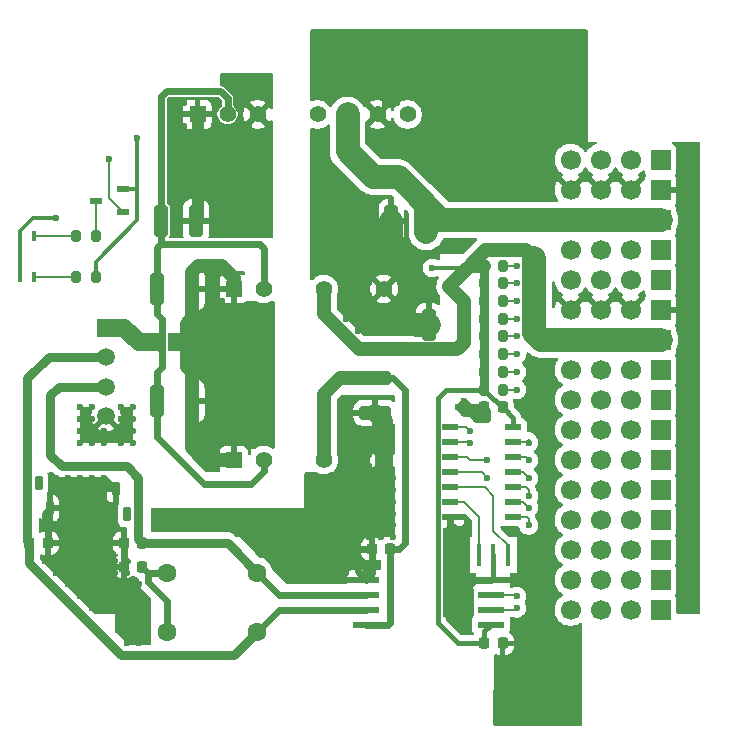
<source format=gtl>
%TF.GenerationSoftware,KiCad,Pcbnew,9.0.4*%
%TF.CreationDate,2025-11-06T05:10:14+09:00*%
%TF.ProjectId,CAN_Isolation_mini,43414e5f-4973-46f6-9c61-74696f6e5f6d,Ver.1.1*%
%TF.SameCoordinates,Original*%
%TF.FileFunction,Copper,L1,Top*%
%TF.FilePolarity,Positive*%
%FSLAX46Y46*%
G04 Gerber Fmt 4.6, Leading zero omitted, Abs format (unit mm)*
G04 Created by KiCad (PCBNEW 9.0.4) date 2025-11-06 05:10:14*
%MOMM*%
%LPD*%
G01*
G04 APERTURE LIST*
G04 Aperture macros list*
%AMRoundRect*
0 Rectangle with rounded corners*
0 $1 Rounding radius*
0 $2 $3 $4 $5 $6 $7 $8 $9 X,Y pos of 4 corners*
0 Add a 4 corners polygon primitive as box body*
4,1,4,$2,$3,$4,$5,$6,$7,$8,$9,$2,$3,0*
0 Add four circle primitives for the rounded corners*
1,1,$1+$1,$2,$3*
1,1,$1+$1,$4,$5*
1,1,$1+$1,$6,$7*
1,1,$1+$1,$8,$9*
0 Add four rect primitives between the rounded corners*
20,1,$1+$1,$2,$3,$4,$5,0*
20,1,$1+$1,$4,$5,$6,$7,0*
20,1,$1+$1,$6,$7,$8,$9,0*
20,1,$1+$1,$8,$9,$2,$3,0*%
G04 Aperture macros list end*
%TA.AperFunction,SMDPad,CuDef*%
%ADD10RoundRect,0.225000X-0.225000X-0.250000X0.225000X-0.250000X0.225000X0.250000X-0.225000X0.250000X0*%
%TD*%
%TA.AperFunction,SMDPad,CuDef*%
%ADD11RoundRect,0.200000X-0.200000X-0.275000X0.200000X-0.275000X0.200000X0.275000X-0.200000X0.275000X0*%
%TD*%
%TA.AperFunction,SMDPad,CuDef*%
%ADD12R,2.253927X0.622132*%
%TD*%
%TA.AperFunction,ComponentPad*%
%ADD13R,1.700000X1.700000*%
%TD*%
%TA.AperFunction,ComponentPad*%
%ADD14C,1.700000*%
%TD*%
%TA.AperFunction,ComponentPad*%
%ADD15R,1.508000X1.508000*%
%TD*%
%TA.AperFunction,ComponentPad*%
%ADD16C,1.508000*%
%TD*%
%TA.AperFunction,SMDPad,CuDef*%
%ADD17R,0.690000X0.320000*%
%TD*%
%TA.AperFunction,SMDPad,CuDef*%
%ADD18R,1.000000X1.600000*%
%TD*%
%TA.AperFunction,SMDPad,CuDef*%
%ADD19RoundRect,0.250000X-0.325000X-1.100000X0.325000X-1.100000X0.325000X1.100000X-0.325000X1.100000X0*%
%TD*%
%TA.AperFunction,ComponentPad*%
%ADD20C,1.600000*%
%TD*%
%TA.AperFunction,SMDPad,CuDef*%
%ADD21R,1.016000X0.558800*%
%TD*%
%TA.AperFunction,SMDPad,CuDef*%
%ADD22RoundRect,0.075000X0.225000X-0.540000X0.225000X0.540000X-0.225000X0.540000X-0.225000X-0.540000X0*%
%TD*%
%TA.AperFunction,SMDPad,CuDef*%
%ADD23R,0.393700X0.812800*%
%TD*%
%TA.AperFunction,ComponentPad*%
%ADD24R,1.397000X1.397000*%
%TD*%
%TA.AperFunction,ComponentPad*%
%ADD25C,1.397000*%
%TD*%
%TA.AperFunction,SMDPad,CuDef*%
%ADD26R,1.397000X0.558800*%
%TD*%
%TA.AperFunction,SMDPad,CuDef*%
%ADD27RoundRect,0.225000X0.225000X0.250000X-0.225000X0.250000X-0.225000X-0.250000X0.225000X-0.250000X0*%
%TD*%
%TA.AperFunction,SMDPad,CuDef*%
%ADD28RoundRect,0.250000X0.325000X1.100000X-0.325000X1.100000X-0.325000X-1.100000X0.325000X-1.100000X0*%
%TD*%
%TA.AperFunction,SMDPad,CuDef*%
%ADD29R,0.400000X1.900000*%
%TD*%
%TA.AperFunction,SMDPad,CuDef*%
%ADD30RoundRect,0.250000X-1.100000X0.325000X-1.100000X-0.325000X1.100000X-0.325000X1.100000X0.325000X0*%
%TD*%
%TA.AperFunction,SMDPad,CuDef*%
%ADD31RoundRect,0.075000X-0.225000X0.540000X-0.225000X-0.540000X0.225000X-0.540000X0.225000X0.540000X0*%
%TD*%
%TA.AperFunction,ViaPad*%
%ADD32C,0.600000*%
%TD*%
%TA.AperFunction,Conductor*%
%ADD33C,0.600000*%
%TD*%
%TA.AperFunction,Conductor*%
%ADD34C,1.500000*%
%TD*%
%TA.AperFunction,Conductor*%
%ADD35C,0.400000*%
%TD*%
%TA.AperFunction,Conductor*%
%ADD36C,1.200000*%
%TD*%
%TA.AperFunction,Conductor*%
%ADD37C,1.100000*%
%TD*%
%TA.AperFunction,Conductor*%
%ADD38C,1.000000*%
%TD*%
%TA.AperFunction,Conductor*%
%ADD39C,0.800000*%
%TD*%
%TA.AperFunction,Conductor*%
%ADD40C,0.200000*%
%TD*%
%TA.AperFunction,Conductor*%
%ADD41C,2.000000*%
%TD*%
%TA.AperFunction,Conductor*%
%ADD42C,0.300000*%
%TD*%
G04 APERTURE END LIST*
D10*
%TO.P,C7,1*%
%TO.N,GND_VP*%
X129882095Y-100294905D03*
%TO.P,C7,2*%
%TO.N,+3.3VP*%
X131432095Y-100294905D03*
%TD*%
D11*
%TO.P,R9,1*%
%TO.N,Net-(LED1-Pad1)*%
X95332095Y-89294905D03*
%TO.P,R9,2*%
%TO.N,GND_VP*%
X96982095Y-89294905D03*
%TD*%
D12*
%TO.P,U2,1,VCC1*%
%TO.N,+3.3VP*%
X130457618Y-118699905D03*
%TO.P,U2,2,TXD*%
%TO.N,Net-(U1-TXCAN)*%
X130457618Y-117429905D03*
%TO.P,U2,3,RXD*%
%TO.N,Net-(U1-RXCAN)*%
X130457618Y-116159905D03*
%TO.P,U2,4,GND1*%
%TO.N,GND_VP*%
X130457618Y-114889905D03*
%TO.P,U2,5,GND2*%
%TO.N,GND_5VCAN*%
X119856572Y-114889905D03*
%TO.P,U2,6,CANL*%
%TO.N,CAN_L*%
X119856572Y-116159905D03*
%TO.P,U2,7,CANH*%
%TO.N,CAN_H*%
X119856572Y-117429905D03*
%TO.P,U2,8,VCC2*%
%TO.N,+5VCAN*%
X119856572Y-118699905D03*
%TD*%
D13*
%TO.P,J6,1,Pin_1*%
%TO.N,unconnected-(J6-Pin_1-Pad1)*%
X144810000Y-89500000D03*
D14*
%TO.P,J6,2,Pin_2*%
%TO.N,unconnected-(J6-Pin_2-Pad2)*%
X142270000Y-89500000D03*
%TO.P,J6,3,Pin_3*%
%TO.N,unconnected-(J6-Pin_3-Pad3)*%
X139730000Y-89500000D03*
%TO.P,J6,4,Pin_4*%
%TO.N,unconnected-(J6-Pin_4-Pad4)*%
X137190000Y-89500000D03*
%TD*%
D13*
%TO.P,J3,1,Pin_1*%
%TO.N,GND_VP*%
X144810000Y-81880000D03*
D14*
%TO.P,J3,2,Pin_2*%
X142270000Y-81880000D03*
%TO.P,J3,3,Pin_3*%
X139730000Y-81880000D03*
%TO.P,J3,4,Pin_4*%
X137190000Y-81880000D03*
%TD*%
D15*
%TO.P,J1,1,1*%
%TO.N,BAT_12V*%
X97857095Y-93544905D03*
D16*
%TO.P,J1,2,2*%
%TO.N,CAN_H*%
X97857095Y-96044905D03*
%TO.P,J1,3,3*%
%TO.N,CAN_L*%
X97857095Y-98544905D03*
%TO.P,J1,4,4*%
%TO.N,BAT_GND*%
X97857095Y-101044905D03*
%TD*%
D10*
%TO.P,C10,1*%
%TO.N,CAN_H*%
X91382095Y-111794905D03*
%TO.P,C10,2*%
%TO.N,GND_5VCAN*%
X92932095Y-111794905D03*
%TD*%
D13*
%TO.P,J8,1,Pin_1*%
%TO.N,+3.3VP*%
X144810000Y-94580000D03*
D14*
%TO.P,J8,2,Pin_2*%
X142270000Y-94580000D03*
%TO.P,J8,3,Pin_3*%
X139730000Y-94580000D03*
%TO.P,J8,4,Pin_4*%
X137190000Y-94580000D03*
%TD*%
D13*
%TO.P,J11,1,Pin_1*%
%TO.N,CAN_LED*%
X144810000Y-102200000D03*
D14*
%TO.P,J11,2,Pin_2*%
X142270000Y-102200000D03*
%TO.P,J11,3,Pin_3*%
X139730000Y-102200000D03*
%TO.P,J11,4,Pin_4*%
X137190000Y-102200000D03*
%TD*%
D13*
%TO.P,J17,1,Pin_1*%
%TO.N,unconnected-(J17-Pin_1-Pad1)*%
X144810000Y-117440000D03*
D14*
%TO.P,J17,2,Pin_2*%
%TO.N,unconnected-(J17-Pin_2-Pad2)*%
X142270000Y-117440000D03*
%TO.P,J17,3,Pin_3*%
%TO.N,unconnected-(J17-Pin_3-Pad3)*%
X139730000Y-117440000D03*
%TO.P,J17,4,Pin_4*%
%TO.N,unconnected-(J17-Pin_4-Pad4)*%
X137190000Y-117440000D03*
%TD*%
D17*
%TO.P,U5,1,GND*%
%TO.N,BAT_GND*%
X104677095Y-95444905D03*
%TO.P,U5,2,GND*%
X104677095Y-94794905D03*
%TO.P,U5,3,GND*%
X104677095Y-94144905D03*
%TO.P,U5,4,IN*%
%TO.N,BAT_12V*%
X102637095Y-94144905D03*
%TO.P,U5,5,IN*%
X102637095Y-94794905D03*
%TO.P,U5,6,IN*%
X102637095Y-95444905D03*
D18*
%TO.P,U5,7,GND*%
%TO.N,BAT_GND*%
X103657095Y-94794905D03*
%TD*%
D13*
%TO.P,J15,1,Pin_1*%
%TO.N,CAN_SCK*%
X144810000Y-112360000D03*
D14*
%TO.P,J15,2,Pin_2*%
X142270000Y-112360000D03*
%TO.P,J15,3,Pin_3*%
X139730000Y-112360000D03*
%TO.P,J15,4,Pin_4*%
X137190000Y-112360000D03*
%TD*%
D13*
%TO.P,J13,1,Pin_1*%
%TO.N,CAN_SDO*%
X144810000Y-107280000D03*
D14*
%TO.P,J13,2,Pin_2*%
X142270000Y-107280000D03*
%TO.P,J13,3,Pin_3*%
X139730000Y-107280000D03*
%TO.P,J13,4,Pin_4*%
X137190000Y-107280000D03*
%TD*%
D19*
%TO.P,C2,1*%
%TO.N,BAT_12V*%
X102182095Y-99794905D03*
%TO.P,C2,2*%
%TO.N,BAT_GND*%
X105132095Y-99794905D03*
%TD*%
D20*
%TO.P,R12,1*%
%TO.N,Net-(C12-Pad1)*%
X103037095Y-114294905D03*
%TO.P,R12,2*%
%TO.N,CAN_L*%
X110657095Y-114294905D03*
%TD*%
D10*
%TO.P,C5,1*%
%TO.N,+3.3VP*%
X129882095Y-120294905D03*
%TO.P,C5,2*%
%TO.N,GND_VP*%
X131432095Y-120294905D03*
%TD*%
D21*
%TO.P,U6,1*%
%TO.N,CAN_LED*%
X99300095Y-83744906D03*
%TO.P,U6,2*%
%TO.N,GND_VP*%
X99300095Y-81844904D03*
%TO.P,U6,3*%
%TO.N,Net-(R10-Pad2)*%
X97014095Y-82794905D03*
%TD*%
D13*
%TO.P,J16,1,Pin_1*%
%TO.N,unconnected-(J16-Pin_1-Pad1)*%
X144810000Y-114900000D03*
D14*
%TO.P,J16,2,Pin_2*%
%TO.N,unconnected-(J16-Pin_2-Pad2)*%
X142270000Y-114900000D03*
%TO.P,J16,3,Pin_3*%
%TO.N,unconnected-(J16-Pin_3-Pad3)*%
X139730000Y-114900000D03*
%TO.P,J16,4,Pin_4*%
%TO.N,unconnected-(J16-Pin_4-Pad4)*%
X137190000Y-114900000D03*
%TD*%
D13*
%TO.P,J7,1,Pin_1*%
%TO.N,GND_VP*%
X144810000Y-92040000D03*
D14*
%TO.P,J7,2,Pin_2*%
X142270000Y-92040000D03*
%TO.P,J7,3,Pin_3*%
X139730000Y-92040000D03*
%TO.P,J7,4,Pin_4*%
X137190000Y-92040000D03*
%TD*%
D10*
%TO.P,C11,1*%
%TO.N,GND_5VCAN*%
X99382095Y-111794905D03*
%TO.P,C11,2*%
%TO.N,CAN_L*%
X100932095Y-111794905D03*
%TD*%
D22*
%TO.P,D1,1*%
%TO.N,CAN_H*%
X91207095Y-108854905D03*
%TO.P,D1,2*%
%TO.N,GND_5VCAN*%
X93107095Y-108854905D03*
%TO.P,D1,3*%
%TO.N,unconnected-(D1-Pad3)*%
X92157095Y-106734905D03*
%TD*%
D23*
%TO.P,LED2,1*%
%TO.N,Net-(LED2-Pad1)*%
X91760345Y-85794905D03*
%TO.P,LED2,2*%
%TO.N,+3.3VP*%
X90553845Y-85794905D03*
%TD*%
D13*
%TO.P,J10,1,Pin_1*%
%TO.N,unconnected-(J10-Pin_1-Pad1)*%
X144810000Y-99660000D03*
D14*
%TO.P,J10,2,Pin_2*%
%TO.N,unconnected-(J10-Pin_2-Pad2)*%
X142270000Y-99660000D03*
%TO.P,J10,3,Pin_3*%
%TO.N,unconnected-(J10-Pin_3-Pad3)*%
X139730000Y-99660000D03*
%TO.P,J10,4,Pin_4*%
%TO.N,unconnected-(J10-Pin_4-Pad4)*%
X137190000Y-99660000D03*
%TD*%
D19*
%TO.P,C8,1*%
%TO.N,BAT_12V*%
X102525000Y-84500000D03*
%TO.P,C8,2*%
%TO.N,BAT_GND*%
X105475000Y-84500000D03*
%TD*%
D24*
%TO.P,U3,1,-VIN*%
%TO.N,BAT_GND*%
X108680095Y-90270905D03*
D25*
%TO.P,U3,2,+VIN*%
%TO.N,BAT_12V*%
X111220095Y-90270905D03*
%TO.P,U3,3,+VOUT*%
%TO.N,+3.3VP*%
X116300095Y-90270905D03*
%TO.P,U3,4,-VOUT*%
%TO.N,GND_VP*%
X121380095Y-90270905D03*
%TD*%
D24*
%TO.P,U4,1,-VIN*%
%TO.N,BAT_GND*%
X108680095Y-104770905D03*
D25*
%TO.P,U4,2,+VIN*%
%TO.N,BAT_12V*%
X111220095Y-104770905D03*
%TO.P,U4,3,+VOUT*%
%TO.N,+5VCAN*%
X116300095Y-104770905D03*
%TO.P,U4,4,-VOUT*%
%TO.N,GND_5VCAN*%
X121380095Y-104770905D03*
%TD*%
D13*
%TO.P,J9,1,Pin_1*%
%TO.N,unconnected-(J9-Pin_1-Pad1)*%
X144810000Y-97120000D03*
D14*
%TO.P,J9,2,Pin_2*%
%TO.N,unconnected-(J9-Pin_2-Pad2)*%
X142270000Y-97120000D03*
%TO.P,J9,3,Pin_3*%
%TO.N,unconnected-(J9-Pin_3-Pad3)*%
X139730000Y-97120000D03*
%TO.P,J9,4,Pin_4*%
%TO.N,unconnected-(J9-Pin_4-Pad4)*%
X137190000Y-97120000D03*
%TD*%
D11*
%TO.P,R5,1*%
%TO.N,+3.3VP*%
X129832095Y-92794905D03*
%TO.P,R5,2*%
%TO.N,CAN_GPIO0*%
X131482095Y-92794905D03*
%TD*%
%TO.P,R3,1*%
%TO.N,+3.3VP*%
X129832095Y-95794905D03*
%TO.P,R3,2*%
%TO.N,CAN_SDI*%
X131482095Y-95794905D03*
%TD*%
D26*
%TO.P,U1,1,TXCAN*%
%TO.N,Net-(U1-TXCAN)*%
X127002795Y-101984905D03*
%TO.P,U1,2,RXCAN*%
%TO.N,Net-(U1-RXCAN)*%
X127002795Y-103254905D03*
%TO.P,U1,3,CLKO/SOF*%
%TO.N,CAN_CLK*%
X127002795Y-104524905D03*
%TO.P,U1,4,\u002AINT*%
%TO.N,CAN_INT*%
X127002795Y-105794905D03*
%TO.P,U1,5,OSC2*%
%TO.N,Net-(U1-OSC2)*%
X127002795Y-107064905D03*
%TO.P,U1,6,OSC1*%
%TO.N,Net-(U1-OSC1)*%
X127002795Y-108334905D03*
%TO.P,U1,7,VSS*%
%TO.N,GND_VP*%
X127002795Y-109604905D03*
%TO.P,U1,8,\u002AINT1/GPIO1*%
%TO.N,CAN_GPIO1*%
X132311395Y-109604905D03*
%TO.P,U1,9,\u002AINT0/GPIO0/XSTBY*%
%TO.N,CAN_GPIO0*%
X132311395Y-108334905D03*
%TO.P,U1,10,SCK*%
%TO.N,CAN_SCK*%
X132311395Y-107064905D03*
%TO.P,U1,11,SDI*%
%TO.N,CAN_SDI*%
X132311395Y-105794905D03*
%TO.P,U1,12,SDO*%
%TO.N,CAN_SDO*%
X132311395Y-104524905D03*
%TO.P,U1,13,NCS*%
%TO.N,CAN_CS*%
X132311395Y-103254905D03*
%TO.P,U1,14,VDD*%
%TO.N,+3.3VP*%
X132311395Y-101984905D03*
%TD*%
D23*
%TO.P,LED1,1*%
%TO.N,Net-(LED1-Pad1)*%
X91760345Y-89294905D03*
%TO.P,LED1,2*%
%TO.N,+3.3VP*%
X90553845Y-89294905D03*
%TD*%
D24*
%TO.P,U7,1,-VIN*%
%TO.N,BAT_GND*%
X105610000Y-75500000D03*
D25*
%TO.P,U7,2,+VIN*%
%TO.N,BAT_12V*%
X108150000Y-75500000D03*
%TO.P,U7,3,RC*%
%TO.N,BAT_GND*%
X110690000Y-75500000D03*
%TO.P,U7,5,NC*%
%TO.N,unconnected-(U7-NC-Pad5)*%
X115770000Y-75500000D03*
%TO.P,U7,6,+VOUT*%
%TO.N,+5VP*%
X118310000Y-75500000D03*
%TO.P,U7,7,-VOUT*%
%TO.N,GND_VP*%
X120850000Y-75500000D03*
%TO.P,U7,8,NC*%
%TO.N,unconnected-(U7-NC-Pad8)*%
X123390000Y-75500000D03*
%TD*%
D11*
%TO.P,R2,1*%
%TO.N,+3.3VP*%
X129832095Y-97294905D03*
%TO.P,R2,2*%
%TO.N,CAN_SDO*%
X131482095Y-97294905D03*
%TD*%
D19*
%TO.P,C1,1*%
%TO.N,BAT_12V*%
X102182095Y-90294905D03*
%TO.P,C1,2*%
%TO.N,BAT_GND*%
X105132095Y-90294905D03*
%TD*%
D27*
%TO.P,C6,1*%
%TO.N,+5VCAN*%
X121932095Y-112294905D03*
%TO.P,C6,2*%
%TO.N,GND_5VCAN*%
X120382095Y-112294905D03*
%TD*%
%TO.P,C12,1*%
%TO.N,Net-(C12-Pad1)*%
X100932095Y-113794905D03*
%TO.P,C12,2*%
%TO.N,GND_5VCAN*%
X99382095Y-113794905D03*
%TD*%
D20*
%TO.P,R11,1*%
%TO.N,CAN_H*%
X110657095Y-119294905D03*
%TO.P,R11,2*%
%TO.N,Net-(C12-Pad1)*%
X103037095Y-119294905D03*
%TD*%
D28*
%TO.P,C3,1*%
%TO.N,+3.3VP*%
X128132095Y-93294905D03*
%TO.P,C3,2*%
%TO.N,GND_VP*%
X125182095Y-93294905D03*
%TD*%
D13*
%TO.P,J2,1,Pin_1*%
%TO.N,unconnected-(J2-Pin_1-Pad1)*%
X144810000Y-79340000D03*
D14*
%TO.P,J2,2,Pin_2*%
%TO.N,unconnected-(J2-Pin_2-Pad2)*%
X142270000Y-79340000D03*
%TO.P,J2,3,Pin_3*%
%TO.N,unconnected-(J2-Pin_3-Pad3)*%
X139730000Y-79340000D03*
%TO.P,J2,4,Pin_4*%
%TO.N,unconnected-(J2-Pin_4-Pad4)*%
X137190000Y-79340000D03*
%TD*%
D13*
%TO.P,J5,1,Pin_1*%
%TO.N,unconnected-(J5-Pin_1-Pad1)*%
X144810000Y-86960000D03*
D14*
%TO.P,J5,2,Pin_2*%
%TO.N,unconnected-(J5-Pin_2-Pad2)*%
X142270000Y-86960000D03*
%TO.P,J5,3,Pin_3*%
%TO.N,unconnected-(J5-Pin_3-Pad3)*%
X139730000Y-86960000D03*
%TO.P,J5,4,Pin_4*%
%TO.N,unconnected-(J5-Pin_4-Pad4)*%
X137190000Y-86960000D03*
%TD*%
D29*
%TO.P,Y1,1*%
%TO.N,Net-(U1-OSC2)*%
X131857095Y-112794905D03*
%TO.P,Y1,2*%
%TO.N,GND_VP*%
X130657095Y-112794905D03*
%TO.P,Y1,3*%
%TO.N,Net-(U1-OSC1)*%
X129457095Y-112794905D03*
%TD*%
D30*
%TO.P,C4,1*%
%TO.N,+5VCAN*%
X120657095Y-97819905D03*
%TO.P,C4,2*%
%TO.N,GND_5VCAN*%
X120657095Y-100769905D03*
%TD*%
D28*
%TO.P,C9,1*%
%TO.N,+5VP*%
X124975000Y-84500000D03*
%TO.P,C9,2*%
%TO.N,GND_VP*%
X122025000Y-84500000D03*
%TD*%
D31*
%TO.P,D2,1*%
%TO.N,CAN_L*%
X100607095Y-107234905D03*
%TO.P,D2,2*%
%TO.N,GND_5VCAN*%
X98707095Y-107234905D03*
%TO.P,D2,3*%
%TO.N,unconnected-(D2-Pad3)*%
X99657095Y-109354905D03*
%TD*%
D13*
%TO.P,J14,1,Pin_1*%
%TO.N,CAN_SDI*%
X144810000Y-109820000D03*
D14*
%TO.P,J14,2,Pin_2*%
X142270000Y-109820000D03*
%TO.P,J14,3,Pin_3*%
X139730000Y-109820000D03*
%TO.P,J14,4,Pin_4*%
X137190000Y-109820000D03*
%TD*%
D13*
%TO.P,J4,1,Pin_1*%
%TO.N,+5VP*%
X144810000Y-84420000D03*
D14*
%TO.P,J4,2,Pin_2*%
X142270000Y-84420000D03*
%TO.P,J4,3,Pin_3*%
X139730000Y-84420000D03*
%TO.P,J4,4,Pin_4*%
X137190000Y-84420000D03*
%TD*%
D13*
%TO.P,J12,1,Pin_1*%
%TO.N,CAN_CS*%
X144810000Y-104740000D03*
D14*
%TO.P,J12,2,Pin_2*%
X142270000Y-104740000D03*
%TO.P,J12,3,Pin_3*%
X139730000Y-104740000D03*
%TO.P,J12,4,Pin_4*%
X137190000Y-104740000D03*
%TD*%
D11*
%TO.P,R10,1*%
%TO.N,Net-(LED2-Pad1)*%
X95332095Y-85794905D03*
%TO.P,R10,2*%
%TO.N,Net-(R10-Pad2)*%
X96982095Y-85794905D03*
%TD*%
%TO.P,R6,1*%
%TO.N,+3.3VP*%
X129832095Y-91294905D03*
%TO.P,R6,2*%
%TO.N,CAN_GPIO1*%
X131482095Y-91294905D03*
%TD*%
%TO.P,R1,1*%
%TO.N,+3.3VP*%
X129832095Y-98794905D03*
%TO.P,R1,2*%
%TO.N,CAN_CS*%
X131482095Y-98794905D03*
%TD*%
%TO.P,R7,1*%
%TO.N,+3.3VP*%
X129832095Y-88294905D03*
%TO.P,R7,2*%
%TO.N,CAN_CLK*%
X131482095Y-88294905D03*
%TD*%
%TO.P,R8,1*%
%TO.N,+3.3VP*%
X129832095Y-89794905D03*
%TO.P,R8,2*%
%TO.N,CAN_INT*%
X131482095Y-89794905D03*
%TD*%
%TO.P,R4,1*%
%TO.N,+3.3VP*%
X129832095Y-94294905D03*
%TO.P,R4,2*%
%TO.N,CAN_SCK*%
X131482095Y-94294905D03*
%TD*%
D32*
%TO.N,BAT_GND*%
X110657095Y-94270905D03*
X109657095Y-99294905D03*
X107657095Y-92294905D03*
X111657095Y-94294905D03*
X106657095Y-98294905D03*
X108000000Y-84500000D03*
X99157095Y-101294905D03*
X108657095Y-95294905D03*
X110000000Y-76500000D03*
X107657095Y-90294905D03*
X106657095Y-95294905D03*
X106657095Y-94294905D03*
X107000000Y-80500000D03*
X111000000Y-83500000D03*
X109657095Y-95294905D03*
X107657095Y-97294905D03*
X108657095Y-100294905D03*
X111000000Y-80500000D03*
X103500000Y-79500000D03*
X103500000Y-77500000D03*
X99157095Y-102294905D03*
X108657095Y-92294905D03*
X95657095Y-100294905D03*
X109657095Y-102294905D03*
X108657095Y-93294905D03*
X107657095Y-103294905D03*
X100157095Y-100294905D03*
X106657095Y-90294905D03*
X109657095Y-101294905D03*
X107657095Y-93294905D03*
X96657095Y-103294905D03*
X97657095Y-102294905D03*
X106657095Y-97294905D03*
X110000000Y-84500000D03*
X108657095Y-102294905D03*
X107000000Y-79500000D03*
X108657095Y-103294905D03*
X107000000Y-84500000D03*
X103500000Y-80500000D03*
X110657095Y-97294905D03*
X109000000Y-84500000D03*
X110657095Y-93294905D03*
X108000000Y-79500000D03*
X95657095Y-103294905D03*
X107000000Y-85500000D03*
X108000000Y-85500000D03*
X110000000Y-85500000D03*
X108657095Y-96294905D03*
X104000000Y-84500000D03*
X111657095Y-99294905D03*
X95657095Y-101294905D03*
X109000000Y-78500000D03*
X110657095Y-100294905D03*
X96657095Y-102294905D03*
X108000000Y-78500000D03*
X104500000Y-80500000D03*
X111657095Y-100294905D03*
X110000000Y-81500000D03*
X109657095Y-100294905D03*
X110000000Y-78500000D03*
X111657095Y-93294905D03*
X107657095Y-99294905D03*
X108657095Y-98294905D03*
X104500000Y-77500000D03*
X108657095Y-97294905D03*
X110000000Y-77500000D03*
X109657095Y-98294905D03*
X110657095Y-95294905D03*
X107657095Y-95294905D03*
X109000000Y-85500000D03*
X108000000Y-82500000D03*
X111000000Y-85500000D03*
X111000000Y-84500000D03*
X103500000Y-78500000D03*
X99157095Y-100294905D03*
X110000000Y-83500000D03*
X104500000Y-75500000D03*
X107000000Y-74500000D03*
X106657095Y-100294905D03*
X111657095Y-95294905D03*
X109000000Y-83500000D03*
X96657095Y-100294905D03*
X104000000Y-85500000D03*
X103500000Y-74500000D03*
X108657095Y-94294905D03*
X111657095Y-102294905D03*
X108657095Y-101294905D03*
X109000000Y-77500000D03*
X107657095Y-100294905D03*
X106657095Y-92294905D03*
X109657095Y-93294905D03*
X109657095Y-92294905D03*
X100157095Y-101294905D03*
X109657095Y-103294905D03*
X107657095Y-101294905D03*
X111657095Y-92294905D03*
X104000000Y-83500000D03*
X111000000Y-82500000D03*
X107657095Y-102294905D03*
X107000000Y-78500000D03*
X109000000Y-80500000D03*
X103500000Y-75500000D03*
X109657095Y-97294905D03*
X109000000Y-81500000D03*
X104500000Y-79500000D03*
X110657095Y-101294905D03*
X109000000Y-76500000D03*
X110657095Y-99294905D03*
X110000000Y-80500000D03*
X104500000Y-81500000D03*
X96657095Y-101294905D03*
X104500000Y-76500000D03*
X107000000Y-77500000D03*
X104500000Y-78500000D03*
X110657095Y-92294905D03*
X111000000Y-79500000D03*
X99157095Y-103294905D03*
X110657095Y-96294905D03*
X107657095Y-98294905D03*
X109657095Y-94294905D03*
X110000000Y-79500000D03*
X95657095Y-102294905D03*
X111657095Y-103294905D03*
X111000000Y-77500000D03*
X106657095Y-102294905D03*
X110657095Y-102294905D03*
X109000000Y-79500000D03*
X111657095Y-98294905D03*
X110657095Y-98294905D03*
X106657095Y-99294905D03*
X107657095Y-94294905D03*
X108000000Y-81500000D03*
X107000000Y-82500000D03*
X104500000Y-82500000D03*
X111657095Y-101294905D03*
X104500000Y-74500000D03*
X107000000Y-83500000D03*
X108657095Y-99294905D03*
X111657095Y-97294905D03*
X106657095Y-101294905D03*
X108000000Y-77500000D03*
X106657095Y-103294905D03*
X109657095Y-96294905D03*
X110000000Y-82500000D03*
X100157095Y-103294905D03*
X111000000Y-81500000D03*
X107657095Y-91294905D03*
X110657095Y-103294905D03*
X106657095Y-96294905D03*
X97657095Y-103294905D03*
X103500000Y-81500000D03*
X111657095Y-96294905D03*
X108000000Y-80500000D03*
X106657095Y-93294905D03*
X103500000Y-76500000D03*
X111000000Y-78500000D03*
X108000000Y-83500000D03*
X107000000Y-76500000D03*
X107657095Y-96294905D03*
X100157095Y-102294905D03*
X107000000Y-81500000D03*
X106657095Y-91294905D03*
X109000000Y-82500000D03*
%TO.N,GND_5VCAN*%
X120157095Y-107294905D03*
X113157095Y-114294905D03*
X111157095Y-109294905D03*
X118157095Y-114294905D03*
X97657095Y-114294905D03*
X115157095Y-109294905D03*
X96657095Y-109294905D03*
X107157095Y-110294905D03*
X116157095Y-108294905D03*
X95657095Y-111294905D03*
X122157095Y-106294905D03*
X97657095Y-113294905D03*
X122157095Y-111294905D03*
X97657095Y-117294905D03*
X120157095Y-109294905D03*
X93657095Y-113294905D03*
X95657095Y-112294905D03*
X97657095Y-108294905D03*
X121157095Y-106294905D03*
X117157095Y-109294905D03*
X108157095Y-109294905D03*
X118157095Y-111294905D03*
X94657095Y-110294905D03*
X122157095Y-107294905D03*
X118157095Y-112294905D03*
X108157095Y-110294905D03*
X118157095Y-102294905D03*
X120157095Y-102294905D03*
X97657095Y-109294905D03*
X106157095Y-109294905D03*
X113157095Y-112294905D03*
X122157095Y-110294905D03*
X95657095Y-114294905D03*
X113157095Y-109294905D03*
X96657095Y-110294905D03*
X97657095Y-106294905D03*
X96657095Y-115294905D03*
X96657095Y-113294905D03*
X103157095Y-109294905D03*
X119157095Y-113294905D03*
X119157095Y-102294905D03*
X96657095Y-117294905D03*
X117157095Y-114294905D03*
X102157095Y-109294905D03*
X114157095Y-109294905D03*
X99657095Y-116294905D03*
X94657095Y-114294905D03*
X100657095Y-115294905D03*
X114157095Y-114294905D03*
X100657095Y-117294905D03*
X93657095Y-110294905D03*
X115157095Y-112294905D03*
X94657095Y-109294905D03*
X121157095Y-108294905D03*
X114157095Y-111294905D03*
X95657095Y-113294905D03*
X98657095Y-117294905D03*
X120157095Y-106294905D03*
X119157095Y-108294905D03*
X114157095Y-110294905D03*
X99657095Y-115294905D03*
X112157095Y-110294905D03*
X111157095Y-112294905D03*
X96657095Y-111294905D03*
X99657095Y-113294905D03*
X109157095Y-109294905D03*
X121157095Y-109294905D03*
X100657095Y-119294905D03*
X96657095Y-114294905D03*
X120157095Y-105294905D03*
X96657095Y-107294905D03*
X115157095Y-107294905D03*
X121157095Y-111294905D03*
X117157095Y-111294905D03*
X96657095Y-116294905D03*
X94657095Y-108294905D03*
X111157095Y-111294905D03*
X117157095Y-113294905D03*
X116157095Y-111294905D03*
X95657095Y-115294905D03*
X112157095Y-112294905D03*
X115157095Y-106294905D03*
X100657095Y-120294905D03*
X97657095Y-111294905D03*
X97657095Y-110294905D03*
X105157095Y-109294905D03*
X114157095Y-113294905D03*
X114157095Y-112294905D03*
X94657095Y-113294905D03*
X122157095Y-109294905D03*
X99657095Y-114294905D03*
X93657095Y-106294905D03*
X121157095Y-110294905D03*
X120157095Y-108294905D03*
X120157095Y-110294905D03*
X118157095Y-103294905D03*
X112157095Y-109294905D03*
X119157095Y-104294905D03*
X95657095Y-109294905D03*
X118157095Y-107294905D03*
X93657095Y-107294905D03*
X104157095Y-109294905D03*
X122157095Y-108294905D03*
X113157095Y-111294905D03*
X118157095Y-104294905D03*
X113157095Y-110294905D03*
X117157095Y-108294905D03*
X105157095Y-110294905D03*
X100657095Y-118294905D03*
X119157095Y-110294905D03*
X119157095Y-109294905D03*
X102157095Y-110294905D03*
X95657095Y-106294905D03*
X120157095Y-104294905D03*
X97657095Y-112294905D03*
X117157095Y-107294905D03*
X98657095Y-109294905D03*
X95657095Y-107294905D03*
X98657095Y-110294905D03*
X94657095Y-106294905D03*
X99657095Y-118294905D03*
X115157095Y-114294905D03*
X100657095Y-116294905D03*
X103157095Y-110294905D03*
X94657095Y-112294905D03*
X116157095Y-113294905D03*
X92657095Y-110294905D03*
X99657095Y-119294905D03*
X96657095Y-112294905D03*
X118157095Y-113294905D03*
X116157095Y-109294905D03*
X116157095Y-110294905D03*
X119157095Y-106294905D03*
X121157095Y-107294905D03*
X107157095Y-109294905D03*
X92657095Y-113294905D03*
X111157095Y-110294905D03*
X96657095Y-108294905D03*
X97657095Y-107294905D03*
X98657095Y-114294905D03*
X119157095Y-107294905D03*
X118157095Y-106294905D03*
X94657095Y-115294905D03*
X110157095Y-109294905D03*
X110157095Y-111294905D03*
X120157095Y-111294905D03*
X118157095Y-109294905D03*
X99657095Y-117294905D03*
X109157095Y-110294905D03*
X115157095Y-108294905D03*
X95657095Y-116294905D03*
X115157095Y-113294905D03*
X119157095Y-111294905D03*
X93657095Y-114294905D03*
X116157095Y-106294905D03*
X94657095Y-111294905D03*
X117157095Y-112294905D03*
X116157095Y-107294905D03*
X116157095Y-114294905D03*
X120157095Y-103294905D03*
X118157095Y-105294905D03*
X99657095Y-120294905D03*
X119157095Y-112294905D03*
X117157095Y-110294905D03*
X98657095Y-115294905D03*
X118157095Y-110294905D03*
X97657095Y-115294905D03*
X117157095Y-106294905D03*
X113157095Y-113294905D03*
X94657095Y-107294905D03*
X115157095Y-111294905D03*
X104157095Y-110294905D03*
X98657095Y-116294905D03*
X119157095Y-103294905D03*
X118157095Y-108294905D03*
X98657095Y-113294905D03*
X112157095Y-111294905D03*
X106157095Y-110294905D03*
X116157095Y-112294905D03*
X115157095Y-110294905D03*
X95657095Y-110294905D03*
X119157095Y-105294905D03*
X110157095Y-110294905D03*
X95657095Y-108294905D03*
X96657095Y-106294905D03*
X97657095Y-116294905D03*
%TO.N,CAN_CS*%
X133657095Y-103294905D03*
X132657095Y-98794905D03*
%TO.N,CAN_SDO*%
X133657095Y-104794905D03*
X132657095Y-97294905D03*
%TO.N,CAN_SDI*%
X133657095Y-106294905D03*
X132657095Y-95794905D03*
%TO.N,CAN_SCK*%
X132657095Y-94294905D03*
X133657095Y-107794905D03*
%TO.N,CAN_GPIO0*%
X132657095Y-92794905D03*
X133657095Y-108794905D03*
%TO.N,CAN_GPIO1*%
X133657095Y-110294905D03*
X132657095Y-91294905D03*
%TO.N,CAN_CLK*%
X130157095Y-104794905D03*
X132657095Y-88294905D03*
%TO.N,CAN_INT*%
X132657095Y-89794905D03*
X130157095Y-106294905D03*
%TO.N,Net-(U1-RXCAN)*%
X128657095Y-103294905D03*
X132657095Y-116294905D03*
%TO.N,Net-(U1-TXCAN)*%
X128657095Y-102294905D03*
X132657095Y-117294905D03*
%TO.N,CAN_LED*%
X98157095Y-79294905D03*
%TO.N,GND_VP*%
X122157095Y-92794905D03*
X125500000Y-79000000D03*
X119157095Y-93794905D03*
X121157095Y-87794905D03*
X133000000Y-77000000D03*
X123157095Y-93794905D03*
X127657095Y-115794905D03*
X122157095Y-88794905D03*
X125500000Y-75500000D03*
X118157095Y-91794905D03*
X126657095Y-116794905D03*
X120157095Y-92794905D03*
X130157095Y-101294905D03*
X134000000Y-120000000D03*
X128657095Y-115794905D03*
X128657095Y-100294905D03*
X122500000Y-79000000D03*
X120500000Y-73500000D03*
X122157095Y-93794905D03*
X121157095Y-91794905D03*
X128157095Y-100794905D03*
X124500000Y-78000000D03*
X121500000Y-79000000D03*
X123157095Y-89794905D03*
X127657095Y-114794905D03*
X126657095Y-115794905D03*
X121500000Y-73500000D03*
X124500000Y-80000000D03*
X125500000Y-74500000D03*
X128157095Y-99794905D03*
X127657095Y-112794905D03*
X120157095Y-87794905D03*
X126657095Y-110794905D03*
X127657095Y-100294905D03*
X100500000Y-77500000D03*
X134000000Y-121000000D03*
X123500000Y-73500000D03*
X120157095Y-88794905D03*
X119157095Y-89794905D03*
X123500000Y-77000000D03*
X122500000Y-74500000D03*
X120500000Y-78000000D03*
X123157095Y-88794905D03*
X127657095Y-116794905D03*
X119157095Y-90794905D03*
X124500000Y-79000000D03*
X127657095Y-110794905D03*
X120500000Y-77000000D03*
X119157095Y-92794905D03*
X118157095Y-88794905D03*
X122157095Y-87794905D03*
X125500000Y-73500000D03*
X121157095Y-93794905D03*
X118157095Y-89794905D03*
X127657095Y-111794905D03*
X125500000Y-80000000D03*
X133000000Y-121000000D03*
X132000000Y-122000000D03*
X122500000Y-77000000D03*
X127657095Y-113794905D03*
X137000000Y-77000000D03*
X118157095Y-92794905D03*
X124500000Y-74500000D03*
X122157095Y-91794905D03*
X122500000Y-73500000D03*
X133000000Y-120000000D03*
X119157095Y-91794905D03*
X121157095Y-88794905D03*
X134000000Y-122000000D03*
X131000000Y-77000000D03*
X123157095Y-92794905D03*
X121500000Y-77000000D03*
X121500000Y-78000000D03*
X126657095Y-112794905D03*
X118157095Y-90794905D03*
X134000000Y-77000000D03*
X133000000Y-122000000D03*
X126657095Y-113794905D03*
X130000000Y-77000000D03*
X124500000Y-77000000D03*
X123157095Y-91794905D03*
X121500000Y-74500000D03*
X120157095Y-90794905D03*
X127657095Y-117794905D03*
X120157095Y-91794905D03*
X121157095Y-92794905D03*
X126657095Y-111794905D03*
X118157095Y-87794905D03*
X136000000Y-77000000D03*
X128657095Y-117794905D03*
X132000000Y-77000000D03*
X120157095Y-93794905D03*
X119157095Y-88794905D03*
X129157095Y-101294905D03*
X135000000Y-77000000D03*
X124500000Y-73500000D03*
X123500000Y-79000000D03*
X123157095Y-87794905D03*
X126657095Y-117794905D03*
X125500000Y-78000000D03*
X119157095Y-87794905D03*
X128657095Y-116794905D03*
X125500000Y-77000000D03*
X126657095Y-114794905D03*
X123157095Y-90794905D03*
X120157095Y-89794905D03*
X123500000Y-78000000D03*
X122500000Y-78000000D03*
X138000000Y-77000000D03*
%TO.N,+3.3VP*%
X122000000Y-95398305D03*
X125500000Y-88500000D03*
X123000000Y-95398305D03*
X93657095Y-84294905D03*
X124000000Y-95398305D03*
%TO.N,+5VP*%
X124162500Y-82337500D03*
X123662500Y-81837500D03*
X122500000Y-80810000D03*
X121500000Y-80810000D03*
X123162500Y-81337500D03*
%TD*%
D33*
%TO.N,BAT_12V*%
X102525000Y-86427000D02*
X102525000Y-84500000D01*
X102182095Y-102819905D02*
X106157095Y-106794905D01*
X102525000Y-84500000D02*
X102525000Y-73975000D01*
X103000000Y-73500000D02*
X107500000Y-73500000D01*
D34*
X97857095Y-93544905D02*
X99407095Y-93544905D01*
D33*
X102637095Y-94144905D02*
X102637095Y-95444905D01*
X111220095Y-105731905D02*
X111220095Y-104770905D01*
X108150000Y-74150000D02*
X108150000Y-75500000D01*
X110157095Y-106794905D02*
X111220095Y-105731905D01*
X102182095Y-99794905D02*
X102182095Y-102819905D01*
X110862190Y-86500000D02*
X111220095Y-86857905D01*
X102637095Y-95444905D02*
X102637095Y-96864905D01*
X102182095Y-97319905D02*
X102182095Y-99794905D01*
D34*
X100657095Y-94794905D02*
X102206095Y-94794905D01*
D33*
X102182095Y-86769905D02*
X102525000Y-86427000D01*
X107500000Y-73500000D02*
X108150000Y-74150000D01*
X102452000Y-86500000D02*
X110862190Y-86500000D01*
D34*
X99407095Y-93544905D02*
X100657095Y-94794905D01*
D33*
X102182095Y-90294905D02*
X102182095Y-86769905D01*
X102182095Y-86769905D02*
X102452000Y-86500000D01*
X102637095Y-96864905D02*
X102182095Y-97319905D01*
X102525000Y-73975000D02*
X103000000Y-73500000D01*
X102637095Y-92814905D02*
X102182095Y-92359905D01*
X102637095Y-94144905D02*
X102637095Y-92814905D01*
X106157095Y-106794905D02*
X110157095Y-106794905D01*
X102182095Y-92359905D02*
X102182095Y-90294905D01*
X111220095Y-86857905D02*
X111220095Y-90270905D01*
D35*
%TO.N,BAT_GND*%
X104307095Y-94144905D02*
X103657095Y-94794905D01*
D36*
X105132095Y-97319905D02*
X104677095Y-96864905D01*
X104677095Y-94144905D02*
X104677095Y-95444905D01*
D35*
X104677095Y-94794905D02*
X103657095Y-94794905D01*
D37*
X104677095Y-94144905D02*
X104677095Y-94794905D01*
D36*
X105132095Y-103769905D02*
X106133095Y-104770905D01*
X105132095Y-88819905D02*
X105657095Y-88294905D01*
X104677095Y-93224905D02*
X104677095Y-94144905D01*
X107657095Y-88294905D02*
X108680095Y-89317905D01*
D37*
X104677095Y-94794905D02*
X104677095Y-95444905D01*
D36*
X105132095Y-99794905D02*
X105132095Y-103769905D01*
D35*
X97857095Y-101044905D02*
X97857095Y-101094905D01*
D36*
X105132095Y-97319905D02*
X105132095Y-99794905D01*
D35*
X104677095Y-95444905D02*
X104307095Y-95444905D01*
X104307095Y-95444905D02*
X103657095Y-94794905D01*
D36*
X108680095Y-89317905D02*
X108680095Y-90270905D01*
X105132095Y-92769905D02*
X104677095Y-93224905D01*
D35*
X104677095Y-94144905D02*
X104307095Y-94144905D01*
D36*
X105132095Y-92769905D02*
X105132095Y-90294905D01*
X104677095Y-96864905D02*
X104677095Y-95444905D01*
D38*
X105610000Y-75500000D02*
X105610000Y-84365000D01*
D36*
X105657095Y-88294905D02*
X107657095Y-88294905D01*
X106133095Y-104770905D02*
X108680095Y-104770905D01*
X105132095Y-90294905D02*
X105132095Y-88819905D01*
D33*
%TO.N,GND_5VCAN*%
X98597095Y-107234905D02*
X97657095Y-106294905D01*
X119157095Y-113294905D02*
X119157095Y-114190428D01*
X99382095Y-111794905D02*
X99382095Y-113019905D01*
X92932095Y-111794905D02*
X92932095Y-110569905D01*
D34*
X121380095Y-104770905D02*
X121380095Y-105517905D01*
D33*
X120382095Y-112294905D02*
X120382095Y-114364382D01*
D34*
X121380095Y-104770905D02*
X121380095Y-101492905D01*
D33*
X120382095Y-112294905D02*
X119157095Y-112294905D01*
X92657095Y-110294905D02*
X93657095Y-110294905D01*
X120382095Y-114364382D02*
X119856572Y-114889905D01*
X119157095Y-114190428D02*
X119856572Y-114889905D01*
D34*
X121380095Y-101492905D02*
X120657095Y-100769905D01*
D33*
X92657095Y-110294905D02*
X92657095Y-109304905D01*
X92932095Y-110569905D02*
X92657095Y-110294905D01*
X92657095Y-109304905D02*
X93107095Y-108854905D01*
X99382095Y-113019905D02*
X99657095Y-113294905D01*
%TO.N,+5VCAN*%
X122657095Y-112294905D02*
X123157095Y-111794905D01*
X123157095Y-98794905D02*
X122182095Y-97819905D01*
D36*
X116300095Y-103151905D02*
X116300095Y-99151905D01*
D33*
X121932095Y-112294905D02*
X122657095Y-112294905D01*
X122182095Y-97819905D02*
X120657095Y-97819905D01*
D36*
X116300095Y-104770905D02*
X116300095Y-103151905D01*
D33*
X123157095Y-111794905D02*
X123157095Y-98794905D01*
D36*
X116300095Y-99151905D02*
X117632095Y-97819905D01*
X117632095Y-97819905D02*
X120657095Y-97819905D01*
D33*
X121932095Y-118519905D02*
X121932095Y-112294905D01*
X119856572Y-118699905D02*
X121752095Y-118699905D01*
X121752095Y-118699905D02*
X121932095Y-118519905D01*
D39*
%TO.N,CAN_H*%
X99157095Y-121294905D02*
X91382095Y-113519905D01*
X91207095Y-111619905D02*
X91382095Y-111794905D01*
X91207095Y-108854905D02*
X91207095Y-111619905D01*
D33*
X112522095Y-117429905D02*
X110657095Y-119294905D01*
D39*
X91382095Y-113519905D02*
X91382095Y-111794905D01*
X93007095Y-96044905D02*
X97857095Y-96044905D01*
X110657095Y-119294905D02*
X108657095Y-121294905D01*
D33*
X119856572Y-117429905D02*
X112522095Y-117429905D01*
D39*
X91207095Y-97844905D02*
X93007095Y-96044905D01*
X91207095Y-97844905D02*
X91207095Y-108854905D01*
X108657095Y-121294905D02*
X99157095Y-121294905D01*
%TO.N,CAN_L*%
X94157095Y-105294905D02*
X99657095Y-105294905D01*
X93157095Y-99294905D02*
X93157095Y-104294905D01*
X93907095Y-98544905D02*
X93157095Y-99294905D01*
X99657095Y-105294905D02*
X100607095Y-106244905D01*
X97857095Y-98544905D02*
X93907095Y-98544905D01*
X100607095Y-111469905D02*
X100932095Y-111794905D01*
X100607095Y-106244905D02*
X100607095Y-107234905D01*
X93157095Y-104294905D02*
X94157095Y-105294905D01*
X100607095Y-107234905D02*
X100607095Y-111469905D01*
X100932095Y-111794905D02*
X108157095Y-111794905D01*
D33*
X119856572Y-116159905D02*
X112522095Y-116159905D01*
X112522095Y-116159905D02*
X110657095Y-114294905D01*
D39*
X108157095Y-111794905D02*
X110657095Y-114294905D01*
D33*
%TO.N,Net-(C12-Pad1)*%
X103037095Y-114294905D02*
X101432095Y-114294905D01*
X101432095Y-114294905D02*
X100932095Y-113794905D01*
X103037095Y-116674905D02*
X103037095Y-119294905D01*
X101432095Y-115069905D02*
X103037095Y-116674905D01*
X101432095Y-114294905D02*
X101432095Y-115069905D01*
D40*
%TO.N,Net-(LED1-Pad1)*%
X91760345Y-89294905D02*
X95332095Y-89294905D01*
%TO.N,Net-(LED2-Pad1)*%
X91760345Y-85794905D02*
X95332095Y-85794905D01*
%TO.N,CAN_CS*%
X133657095Y-103294905D02*
X133617095Y-103254905D01*
X132657095Y-98794905D02*
X131482095Y-98794905D01*
X132311395Y-103254905D02*
X133617095Y-103254905D01*
X133657095Y-103294905D02*
X133657095Y-102994461D01*
%TO.N,CAN_SDO*%
X132311395Y-104524905D02*
X133387095Y-104524905D01*
X133657095Y-104794905D02*
X133387095Y-104524905D01*
X132657095Y-97294905D02*
X131482095Y-97294905D01*
%TO.N,CAN_SDI*%
X132311395Y-105794905D02*
X133157095Y-105794905D01*
X133157095Y-105794905D02*
X133657095Y-106294905D01*
X132657095Y-95794905D02*
X131482095Y-95794905D01*
%TO.N,CAN_SCK*%
X133427095Y-107064905D02*
X132311395Y-107064905D01*
X133657095Y-107294905D02*
X133427095Y-107064905D01*
X132657095Y-94294905D02*
X131482095Y-94294905D01*
X133657095Y-107794905D02*
X133657095Y-107294905D01*
%TO.N,CAN_GPIO0*%
X132311395Y-108334905D02*
X133197095Y-108334905D01*
X133197095Y-108334905D02*
X133657095Y-108794905D01*
X132657095Y-92794905D02*
X131482095Y-92794905D01*
%TO.N,CAN_GPIO1*%
X133657095Y-109794905D02*
X133467095Y-109604905D01*
X133657095Y-110294905D02*
X133657095Y-109794905D01*
X132657095Y-91294905D02*
X131482095Y-91294905D01*
X133467095Y-109604905D02*
X132311395Y-109604905D01*
%TO.N,CAN_CLK*%
X128657095Y-104794905D02*
X130157095Y-104794905D01*
X128387095Y-104524905D02*
X127002795Y-104524905D01*
X132657095Y-88294905D02*
X131482095Y-88294905D01*
X128387095Y-104524905D02*
X128657095Y-104794905D01*
%TO.N,CAN_INT*%
X129657095Y-105794905D02*
X130157095Y-106294905D01*
X127002795Y-105794905D02*
X129657095Y-105794905D01*
X132657095Y-89794905D02*
X131482095Y-89794905D01*
%TO.N,Net-(R10-Pad2)*%
X96982095Y-82826905D02*
X97014095Y-82794905D01*
X96982095Y-85794905D02*
X96982095Y-82826905D01*
%TO.N,Net-(U1-OSC2)*%
X130657095Y-107794905D02*
X130657095Y-110794905D01*
X130657095Y-110794905D02*
X131857095Y-111994905D01*
X127002795Y-107064905D02*
X129927095Y-107064905D01*
X129927095Y-107064905D02*
X130657095Y-107794905D01*
X131857095Y-111994905D02*
X131857095Y-112794905D01*
%TO.N,Net-(U1-OSC1)*%
X129457095Y-109594905D02*
X129457095Y-112794905D01*
X127002795Y-108334905D02*
X128197095Y-108334905D01*
X128197095Y-108334905D02*
X129457095Y-109594905D01*
%TO.N,Net-(U1-RXCAN)*%
X132657095Y-116294905D02*
X132522095Y-116159905D01*
X127002795Y-103254905D02*
X128617095Y-103254905D01*
X128657095Y-103294905D02*
X128617095Y-103254905D01*
X130457618Y-116159905D02*
X132522095Y-116159905D01*
%TO.N,Net-(U1-TXCAN)*%
X132522095Y-117429905D02*
X132657095Y-117294905D01*
X128347095Y-101984905D02*
X128657095Y-102294905D01*
X127002795Y-101984905D02*
X128347095Y-101984905D01*
X130457618Y-117429905D02*
X132522095Y-117429905D01*
%TO.N,CAN_LED*%
X98157095Y-82601906D02*
X99300095Y-83744906D01*
X98157095Y-79294905D02*
X98157095Y-82601906D01*
D41*
%TO.N,GND_VP*%
X122025000Y-84500000D02*
X122025000Y-87662810D01*
D33*
X127657095Y-115794905D02*
X128657095Y-115794905D01*
X126657095Y-115794905D02*
X127657095Y-115794905D01*
X126657095Y-113794905D02*
X127657095Y-113794905D01*
D42*
X99300095Y-81844904D02*
X100425096Y-81844904D01*
D33*
X128657095Y-100294905D02*
X128157095Y-99794905D01*
X126657095Y-114794905D02*
X127657095Y-114794905D01*
X129157095Y-101294905D02*
X130157095Y-101294905D01*
X128657095Y-117794905D02*
X127657095Y-117794905D01*
X129157095Y-100794905D02*
X128657095Y-100294905D01*
X126657095Y-115794905D02*
X126657095Y-114794905D01*
X126657095Y-112794905D02*
X127657095Y-112794905D01*
X127657095Y-113794905D02*
X127657095Y-114794905D01*
D42*
X96982095Y-87969905D02*
X100500000Y-84452000D01*
D33*
X127657095Y-110794905D02*
X127657095Y-111794905D01*
X128657095Y-100294905D02*
X127657095Y-100294905D01*
X128157095Y-100794905D02*
X128657095Y-100794905D01*
X128657095Y-100294905D02*
X128157095Y-100794905D01*
X128657095Y-100794905D02*
X129157095Y-101294905D01*
X129882095Y-100294905D02*
X129882095Y-100569905D01*
D41*
X125182095Y-93294905D02*
X124157095Y-93294905D01*
D33*
X127311395Y-110449205D02*
X127657095Y-110794905D01*
X130157095Y-100569905D02*
X129882095Y-100294905D01*
X127002795Y-109604905D02*
X127002795Y-110449205D01*
X128657095Y-116794905D02*
X127657095Y-116794905D01*
X128657095Y-115794905D02*
X128657095Y-116794905D01*
D35*
X130657095Y-112794905D02*
X130657095Y-114690428D01*
D40*
X122025000Y-87662810D02*
X122157095Y-87794905D01*
D33*
X129157095Y-101294905D02*
X129157095Y-100794905D01*
X127002795Y-110449205D02*
X127311395Y-110449205D01*
X126657095Y-116794905D02*
X127657095Y-116794905D01*
X127002795Y-110449205D02*
X126657095Y-110794905D01*
X127657095Y-114794905D02*
X127657095Y-115794905D01*
D35*
X130657095Y-114690428D02*
X130457618Y-114889905D01*
D33*
X126657095Y-111794905D02*
X127657095Y-111794905D01*
D42*
X96982095Y-89294905D02*
X96982095Y-87969905D01*
D33*
X127657095Y-115794905D02*
X127657095Y-116794905D01*
D42*
X100500000Y-81770000D02*
X100500000Y-77500000D01*
D33*
X126657095Y-113794905D02*
X126657095Y-112794905D01*
X127657095Y-111794905D02*
X127657095Y-112794905D01*
X126657095Y-116794905D02*
X126657095Y-115794905D01*
X127657095Y-116794905D02*
X127657095Y-117794905D01*
X129882095Y-100569905D02*
X129157095Y-101294905D01*
X128157095Y-100794905D02*
X127657095Y-100294905D01*
X126657095Y-117794905D02*
X126657095Y-116794905D01*
X126657095Y-112794905D02*
X126657095Y-111794905D01*
X127657095Y-112794905D02*
X127657095Y-113794905D01*
X126657095Y-114794905D02*
X126657095Y-113794905D01*
X130457618Y-114889905D02*
X127752095Y-114889905D01*
X127657095Y-100294905D02*
X128157095Y-99794905D01*
X130157095Y-101294905D02*
X130157095Y-100569905D01*
D42*
X100425096Y-81844904D02*
X100500000Y-81770000D01*
D33*
X128657095Y-116794905D02*
X128657095Y-117794905D01*
X127657095Y-117794905D02*
X126657095Y-117794905D01*
D35*
X127752095Y-114889905D02*
X127657095Y-114794905D01*
D42*
X100500000Y-84452000D02*
X100500000Y-81770000D01*
D33*
X129882095Y-100294905D02*
X128657095Y-100294905D01*
X126657095Y-111794905D02*
X126657095Y-110794905D01*
D39*
%TO.N,+3.3VP*%
X129832095Y-91294905D02*
X129832095Y-92794905D01*
X129832095Y-89794905D02*
X129832095Y-88294905D01*
D36*
X116300095Y-90270905D02*
X116300095Y-92427638D01*
X124000000Y-95398305D02*
X127553695Y-95398305D01*
D35*
X129882095Y-120294905D02*
X129882095Y-119275428D01*
X129832095Y-98794905D02*
X126657095Y-98794905D01*
D42*
X90553845Y-85398155D02*
X91657095Y-84294905D01*
D35*
X131432095Y-100294905D02*
X132311395Y-101174205D01*
D41*
X134110495Y-94000000D02*
X134690495Y-94580000D01*
D36*
X129952000Y-87000000D02*
X128657095Y-88294905D01*
D42*
X128452000Y-88500000D02*
X128657095Y-88294905D01*
D39*
X129832095Y-92794905D02*
X129832095Y-94294905D01*
D35*
X130157095Y-99069905D02*
X131382095Y-100294905D01*
D39*
X129832095Y-89794905D02*
X129832095Y-91294905D01*
D36*
X126932095Y-90019905D02*
X128657095Y-88294905D01*
D41*
X139730000Y-94580000D02*
X142270000Y-94580000D01*
D36*
X128132095Y-94819905D02*
X128132095Y-93294905D01*
X128132095Y-91269905D02*
X126932095Y-90069905D01*
D41*
X137190000Y-94580000D02*
X139730000Y-94580000D01*
D36*
X128657095Y-88294905D02*
X129000000Y-88294905D01*
X123000000Y-95398305D02*
X124000000Y-95398305D01*
D42*
X91657095Y-84294905D02*
X93657095Y-84294905D01*
X125500000Y-88500000D02*
X128452000Y-88500000D01*
D35*
X127657095Y-120294905D02*
X129882095Y-120294905D01*
X126657095Y-98794905D02*
X125950895Y-99501105D01*
D36*
X126932095Y-90069905D02*
X126932095Y-90019905D01*
D42*
X90553845Y-85794905D02*
X90553845Y-89294905D01*
D36*
X127553695Y-95398305D02*
X128132095Y-94819905D01*
D42*
X90553845Y-85794905D02*
X90553845Y-85398155D01*
D35*
X125950895Y-99501105D02*
X125950895Y-118588705D01*
D36*
X116300095Y-92427638D02*
X119270762Y-95398305D01*
D35*
X132311395Y-101174205D02*
X132311395Y-101984905D01*
D39*
X129832095Y-95794905D02*
X129832095Y-97294905D01*
D36*
X122000000Y-95398305D02*
X123000000Y-95398305D01*
X134110495Y-87692887D02*
X133417608Y-87000000D01*
D35*
X125950895Y-118588705D02*
X127657095Y-120294905D01*
D41*
X134690495Y-94580000D02*
X137190000Y-94580000D01*
D36*
X133417608Y-87000000D02*
X129952000Y-87000000D01*
D39*
X129832095Y-94294905D02*
X129832095Y-95794905D01*
D36*
X128132095Y-93294905D02*
X128132095Y-91269905D01*
X129000000Y-88294905D02*
X129832095Y-88294905D01*
D39*
X129832095Y-97294905D02*
X129832095Y-98794905D01*
D41*
X142270000Y-94580000D02*
X144810000Y-94580000D01*
X134110495Y-94000000D02*
X134110495Y-87692887D01*
D35*
X129882095Y-119275428D02*
X130457618Y-118699905D01*
D36*
X119270762Y-95398305D02*
X122000000Y-95398305D01*
D41*
%TO.N,+5VP*%
X124162500Y-82337500D02*
X124975000Y-83150000D01*
X139730000Y-84420000D02*
X142270000Y-84420000D01*
X120500000Y-80810000D02*
X121500000Y-80810000D01*
X122500000Y-80810000D02*
X122635000Y-80810000D01*
X118310000Y-78620000D02*
X120500000Y-80810000D01*
X118310000Y-75500000D02*
X118310000Y-78620000D01*
X123162500Y-81337500D02*
X123662500Y-81837500D01*
X122635000Y-80810000D02*
X123162500Y-81337500D01*
X123662500Y-81837500D02*
X124162500Y-82337500D01*
X126245000Y-84420000D02*
X137190000Y-84420000D01*
X121500000Y-80810000D02*
X122500000Y-80810000D01*
X142270000Y-84420000D02*
X144810000Y-84420000D01*
X124975000Y-85475000D02*
X124975000Y-84500000D01*
X124975000Y-83150000D02*
X124975000Y-84500000D01*
X137190000Y-84420000D02*
X139730000Y-84420000D01*
X124975000Y-83150000D02*
X126245000Y-84420000D01*
%TD*%
%TA.AperFunction,Conductor*%
%TO.N,BAT_GND*%
G36*
X109600134Y-88814590D02*
G01*
X109645889Y-88867394D01*
X109657095Y-88918905D01*
X109657095Y-88964038D01*
X109637410Y-89031077D01*
X109584606Y-89076832D01*
X109515448Y-89086776D01*
X109489769Y-89080222D01*
X109485982Y-89078810D01*
X109485967Y-89078806D01*
X109426439Y-89072405D01*
X108930095Y-89072405D01*
X108930095Y-89901977D01*
X108851666Y-89856697D01*
X108738615Y-89826405D01*
X108621575Y-89826405D01*
X108508524Y-89856697D01*
X108430095Y-89901977D01*
X108430095Y-89072405D01*
X107933750Y-89072405D01*
X107874222Y-89078806D01*
X107874215Y-89078808D01*
X107739508Y-89129050D01*
X107739501Y-89129054D01*
X107624407Y-89215214D01*
X107624404Y-89215217D01*
X107538244Y-89330311D01*
X107538240Y-89330318D01*
X107487998Y-89465025D01*
X107487996Y-89465032D01*
X107481595Y-89524560D01*
X107481595Y-90020905D01*
X108311168Y-90020905D01*
X108265887Y-90099334D01*
X108235595Y-90212385D01*
X108235595Y-90329425D01*
X108265887Y-90442476D01*
X108311168Y-90520905D01*
X107481595Y-90520905D01*
X107481595Y-91017249D01*
X107487996Y-91076777D01*
X107487998Y-91076784D01*
X107538240Y-91211491D01*
X107538244Y-91211498D01*
X107624404Y-91326592D01*
X107624407Y-91326595D01*
X107739501Y-91412755D01*
X107739508Y-91412759D01*
X107874215Y-91463001D01*
X107874222Y-91463003D01*
X107933750Y-91469404D01*
X107933767Y-91469405D01*
X108430095Y-91469405D01*
X108430095Y-90639832D01*
X108508524Y-90685113D01*
X108621575Y-90715405D01*
X108738615Y-90715405D01*
X108851666Y-90685113D01*
X108930095Y-90639832D01*
X108930095Y-91469405D01*
X109426423Y-91469405D01*
X109426439Y-91469404D01*
X109485967Y-91463003D01*
X109485974Y-91463001D01*
X109620681Y-91412759D01*
X109620683Y-91412757D01*
X109742884Y-91321279D01*
X109744765Y-91323792D01*
X109792478Y-91297739D01*
X109818836Y-91294905D01*
X110559014Y-91294905D01*
X110615307Y-91308419D01*
X110759839Y-91382062D01*
X110939328Y-91440382D01*
X111009229Y-91451453D01*
X111125727Y-91469905D01*
X111125732Y-91469905D01*
X111314463Y-91469905D01*
X111418015Y-91453503D01*
X111500862Y-91440382D01*
X111680351Y-91382062D01*
X111824882Y-91308419D01*
X111837884Y-91305298D01*
X111846241Y-91299928D01*
X111881176Y-91294905D01*
X112033095Y-91294905D01*
X112100134Y-91314590D01*
X112145889Y-91367394D01*
X112157095Y-91418905D01*
X112157095Y-103670905D01*
X112137410Y-103737944D01*
X112084606Y-103783699D01*
X112033095Y-103794905D01*
X111956898Y-103794905D01*
X111889859Y-103775220D01*
X111884013Y-103771223D01*
X111848511Y-103745430D01*
X111848510Y-103745429D01*
X111848508Y-103745428D01*
X111680351Y-103659748D01*
X111500862Y-103601428D01*
X111500860Y-103601427D01*
X111500858Y-103601427D01*
X111314463Y-103571905D01*
X111314458Y-103571905D01*
X111125732Y-103571905D01*
X111125727Y-103571905D01*
X110939331Y-103601427D01*
X110759836Y-103659749D01*
X110591678Y-103745430D01*
X110556177Y-103771223D01*
X110490371Y-103794703D01*
X110483292Y-103794905D01*
X110157095Y-103794905D01*
X110157095Y-104186364D01*
X110153973Y-104199366D01*
X110154965Y-104209251D01*
X110143580Y-104242659D01*
X110113080Y-104302519D01*
X110065106Y-104353315D01*
X109997285Y-104370110D01*
X109931150Y-104347573D01*
X109887698Y-104292858D01*
X109878595Y-104246224D01*
X109878595Y-104024577D01*
X109878594Y-104024560D01*
X109872193Y-103965032D01*
X109872191Y-103965025D01*
X109821949Y-103830318D01*
X109821945Y-103830311D01*
X109735785Y-103715217D01*
X109735782Y-103715214D01*
X109620688Y-103629054D01*
X109620681Y-103629050D01*
X109485974Y-103578808D01*
X109485967Y-103578806D01*
X109426439Y-103572405D01*
X108930095Y-103572405D01*
X108930095Y-104401977D01*
X108851666Y-104356697D01*
X108738615Y-104326405D01*
X108621575Y-104326405D01*
X108508524Y-104356697D01*
X108430095Y-104401977D01*
X108430095Y-103572405D01*
X107933750Y-103572405D01*
X107874222Y-103578806D01*
X107874215Y-103578808D01*
X107739508Y-103629050D01*
X107739501Y-103629054D01*
X107624407Y-103715214D01*
X107624404Y-103715217D01*
X107538244Y-103830311D01*
X107538240Y-103830318D01*
X107487998Y-103965025D01*
X107487996Y-103965032D01*
X107481595Y-104024560D01*
X107481595Y-104520905D01*
X108311168Y-104520905D01*
X108265887Y-104599334D01*
X108235595Y-104712385D01*
X108235595Y-104829425D01*
X108265887Y-104942476D01*
X108311168Y-105020905D01*
X107481595Y-105020905D01*
X107481595Y-105517249D01*
X107487996Y-105576777D01*
X107487997Y-105576781D01*
X107506941Y-105627571D01*
X107511925Y-105697263D01*
X107478440Y-105758586D01*
X107417117Y-105792071D01*
X107390759Y-105794905D01*
X106340535Y-105794905D01*
X106273496Y-105775220D01*
X106252854Y-105758586D01*
X105193414Y-104699146D01*
X105159929Y-104637823D01*
X105157095Y-104611465D01*
X105157095Y-101768904D01*
X105176780Y-101701865D01*
X105229584Y-101656110D01*
X105281095Y-101644904D01*
X105507067Y-101644904D01*
X105507081Y-101644903D01*
X105609792Y-101634410D01*
X105776214Y-101579263D01*
X105776219Y-101579261D01*
X105925440Y-101487220D01*
X106049410Y-101363250D01*
X106141451Y-101214029D01*
X106141453Y-101214024D01*
X106196600Y-101047602D01*
X106196601Y-101047595D01*
X106207094Y-100944891D01*
X106207095Y-100944878D01*
X106207095Y-100044905D01*
X105256095Y-100044905D01*
X105189056Y-100025220D01*
X105157095Y-99988335D01*
X105157095Y-99597260D01*
X105204584Y-99556111D01*
X105256095Y-99544905D01*
X106207094Y-99544905D01*
X106207094Y-98644933D01*
X106207093Y-98644918D01*
X106196600Y-98542207D01*
X106141453Y-98375785D01*
X106141451Y-98375780D01*
X106049410Y-98226559D01*
X105925440Y-98102589D01*
X105776219Y-98010548D01*
X105776214Y-98010546D01*
X105609792Y-97955399D01*
X105609785Y-97955398D01*
X105507081Y-97944905D01*
X105281095Y-97944905D01*
X105214056Y-97925220D01*
X105168301Y-97872416D01*
X105157095Y-97820905D01*
X105157095Y-92268904D01*
X105176780Y-92201865D01*
X105229584Y-92156110D01*
X105281095Y-92144904D01*
X105507067Y-92144904D01*
X105507081Y-92144903D01*
X105609792Y-92134410D01*
X105776214Y-92079263D01*
X105776219Y-92079261D01*
X105925440Y-91987220D01*
X106049410Y-91863250D01*
X106141451Y-91714029D01*
X106141453Y-91714024D01*
X106196600Y-91547602D01*
X106196601Y-91547595D01*
X106207094Y-91444891D01*
X106207095Y-91444878D01*
X106207095Y-90544905D01*
X105256095Y-90544905D01*
X105189056Y-90525220D01*
X105157095Y-90488335D01*
X105157095Y-90097260D01*
X105204584Y-90056111D01*
X105256095Y-90044905D01*
X106207094Y-90044905D01*
X106207094Y-89144933D01*
X106207093Y-89144918D01*
X106196600Y-89042207D01*
X106168667Y-88957909D01*
X106166265Y-88888081D01*
X106201997Y-88828039D01*
X106264517Y-88796846D01*
X106286373Y-88794905D01*
X109533095Y-88794905D01*
X109600134Y-88814590D01*
G37*
%TD.AperFunction*%
%TD*%
%TA.AperFunction,Conductor*%
%TO.N,BAT_GND*%
G36*
X111943039Y-72019685D02*
G01*
X111988794Y-72072489D01*
X112000000Y-72124000D01*
X112000000Y-74914598D01*
X111980315Y-74981637D01*
X111927511Y-75027392D01*
X111858353Y-75037336D01*
X111794797Y-75008311D01*
X111765515Y-74970893D01*
X111715046Y-74871844D01*
X111696809Y-74846743D01*
X111696808Y-74846743D01*
X111127647Y-75415904D01*
X111104208Y-75328429D01*
X111045689Y-75227070D01*
X110962930Y-75144311D01*
X110861571Y-75085792D01*
X110774094Y-75062352D01*
X111343255Y-74493190D01*
X111343255Y-74493189D01*
X111318153Y-74474952D01*
X111150063Y-74389305D01*
X111150061Y-74389304D01*
X110970650Y-74331011D01*
X110784323Y-74301500D01*
X110595677Y-74301500D01*
X110409349Y-74331011D01*
X110229938Y-74389304D01*
X110229936Y-74389305D01*
X110061844Y-74474953D01*
X110061839Y-74474957D01*
X110036743Y-74493188D01*
X110036743Y-74493191D01*
X110605906Y-75062352D01*
X110518429Y-75085792D01*
X110417070Y-75144311D01*
X110334311Y-75227070D01*
X110275792Y-75328429D01*
X110252352Y-75415905D01*
X109683191Y-74846743D01*
X109683188Y-74846743D01*
X109664957Y-74871839D01*
X109664953Y-74871844D01*
X109579305Y-75039936D01*
X109579304Y-75039938D01*
X109521011Y-75219349D01*
X109491500Y-75405676D01*
X109491500Y-75594323D01*
X109521011Y-75780650D01*
X109579304Y-75960061D01*
X109579305Y-75960063D01*
X109664952Y-76128153D01*
X109683189Y-76153255D01*
X109683190Y-76153255D01*
X110252352Y-75584093D01*
X110275792Y-75671571D01*
X110334311Y-75772930D01*
X110417070Y-75855689D01*
X110518429Y-75914208D01*
X110605905Y-75937647D01*
X110036743Y-76506808D01*
X110036743Y-76506809D01*
X110061844Y-76525046D01*
X110229935Y-76610694D01*
X110229938Y-76610695D01*
X110409349Y-76668988D01*
X110595677Y-76698500D01*
X110784323Y-76698500D01*
X110970650Y-76668988D01*
X111150061Y-76610695D01*
X111150064Y-76610694D01*
X111318151Y-76525048D01*
X111343255Y-76506808D01*
X111343256Y-76506808D01*
X110774095Y-75937647D01*
X110861571Y-75914208D01*
X110962930Y-75855689D01*
X111045689Y-75772930D01*
X111104208Y-75671571D01*
X111127647Y-75584094D01*
X111696808Y-76153256D01*
X111696808Y-76153255D01*
X111715048Y-76128151D01*
X111765515Y-76029106D01*
X111813490Y-75978310D01*
X111881311Y-75961515D01*
X111947446Y-75984052D01*
X111990897Y-76038768D01*
X112000000Y-76085401D01*
X112000000Y-85876000D01*
X111980315Y-85943039D01*
X111927511Y-85988794D01*
X111876000Y-86000000D01*
X106629277Y-86000000D01*
X106562238Y-85980315D01*
X106516483Y-85927511D01*
X106506539Y-85858353D01*
X106511571Y-85836996D01*
X106539505Y-85752697D01*
X106539506Y-85752690D01*
X106549999Y-85649986D01*
X106550000Y-85649973D01*
X106550000Y-84750000D01*
X104400001Y-84750000D01*
X104400001Y-85649986D01*
X104410494Y-85752697D01*
X104438428Y-85836996D01*
X104440830Y-85906824D01*
X104405098Y-85966866D01*
X104342578Y-85998059D01*
X104320722Y-86000000D01*
X103300724Y-86000000D01*
X103233685Y-85980315D01*
X103187930Y-85927511D01*
X103177986Y-85858353D01*
X103190237Y-85819710D01*
X103237957Y-85726055D01*
X103237958Y-85726050D01*
X103252900Y-85631713D01*
X103252900Y-83368287D01*
X103252580Y-83366268D01*
X103252580Y-83366266D01*
X103252579Y-83366262D01*
X103250005Y-83350013D01*
X104400000Y-83350013D01*
X104400000Y-84250000D01*
X105225000Y-84250000D01*
X105725000Y-84250000D01*
X106549999Y-84250000D01*
X106549999Y-83350028D01*
X106549998Y-83350013D01*
X106539505Y-83247302D01*
X106484358Y-83080880D01*
X106484356Y-83080875D01*
X106392315Y-82931654D01*
X106268345Y-82807684D01*
X106119124Y-82715643D01*
X106119119Y-82715641D01*
X105952697Y-82660494D01*
X105952690Y-82660493D01*
X105849986Y-82650000D01*
X105725000Y-82650000D01*
X105725000Y-84250000D01*
X105225000Y-84250000D01*
X105225000Y-82650000D01*
X105100027Y-82650000D01*
X105100012Y-82650001D01*
X104997302Y-82660494D01*
X104830880Y-82715641D01*
X104830875Y-82715643D01*
X104681654Y-82807684D01*
X104557684Y-82931654D01*
X104465643Y-83080875D01*
X104465641Y-83080880D01*
X104410494Y-83247302D01*
X104410493Y-83247309D01*
X104400000Y-83350013D01*
X103250005Y-83350013D01*
X103237958Y-83273949D01*
X103237957Y-83273947D01*
X103237957Y-83273945D01*
X103180016Y-83160229D01*
X103180014Y-83160227D01*
X103180011Y-83160223D01*
X103089776Y-83069988D01*
X103089772Y-83069985D01*
X103089771Y-83069984D01*
X103088550Y-83069362D01*
X103067704Y-83058740D01*
X103016908Y-83010765D01*
X103000000Y-82948256D01*
X103000000Y-74753655D01*
X104411500Y-74753655D01*
X104411500Y-75250000D01*
X105241073Y-75250000D01*
X105195792Y-75328429D01*
X105165500Y-75441480D01*
X105165500Y-75558520D01*
X105195792Y-75671571D01*
X105241073Y-75750000D01*
X104411500Y-75750000D01*
X104411500Y-76246344D01*
X104417901Y-76305872D01*
X104417903Y-76305879D01*
X104468145Y-76440586D01*
X104468149Y-76440593D01*
X104554309Y-76555687D01*
X104554312Y-76555690D01*
X104669406Y-76641850D01*
X104669413Y-76641854D01*
X104804120Y-76692096D01*
X104804127Y-76692098D01*
X104863655Y-76698499D01*
X104863672Y-76698500D01*
X105360000Y-76698500D01*
X105360000Y-75868927D01*
X105438429Y-75914208D01*
X105551480Y-75944500D01*
X105668520Y-75944500D01*
X105781571Y-75914208D01*
X105860000Y-75868927D01*
X105860000Y-76698500D01*
X106356328Y-76698500D01*
X106356344Y-76698499D01*
X106415872Y-76692098D01*
X106415879Y-76692096D01*
X106550586Y-76641854D01*
X106550593Y-76641850D01*
X106665687Y-76555690D01*
X106665690Y-76555687D01*
X106751850Y-76440593D01*
X106751854Y-76440586D01*
X106802096Y-76305879D01*
X106802098Y-76305872D01*
X106808499Y-76246344D01*
X106808500Y-76246327D01*
X106808500Y-75750000D01*
X105978927Y-75750000D01*
X106024208Y-75671571D01*
X106054500Y-75558520D01*
X106054500Y-75441480D01*
X106024208Y-75328429D01*
X105978927Y-75250000D01*
X106808500Y-75250000D01*
X106808500Y-74753672D01*
X106808499Y-74753655D01*
X106802098Y-74694127D01*
X106802096Y-74694120D01*
X106751854Y-74559413D01*
X106751850Y-74559406D01*
X106665690Y-74444312D01*
X106665687Y-74444309D01*
X106550593Y-74358149D01*
X106550586Y-74358145D01*
X106415879Y-74307903D01*
X106415872Y-74307901D01*
X106356344Y-74301500D01*
X105860000Y-74301500D01*
X105860000Y-75131072D01*
X105781571Y-75085792D01*
X105668520Y-75055500D01*
X105551480Y-75055500D01*
X105438429Y-75085792D01*
X105360000Y-75131072D01*
X105360000Y-74301500D01*
X104863655Y-74301500D01*
X104804127Y-74307901D01*
X104804120Y-74307903D01*
X104669413Y-74358145D01*
X104669406Y-74358149D01*
X104554312Y-74444309D01*
X104554309Y-74444312D01*
X104468149Y-74559406D01*
X104468145Y-74559413D01*
X104417903Y-74694120D01*
X104417901Y-74694127D01*
X104411500Y-74753655D01*
X103000000Y-74753655D01*
X103000000Y-74191860D01*
X103008644Y-74162422D01*
X103015168Y-74132432D01*
X103018923Y-74127415D01*
X103019685Y-74124821D01*
X103036319Y-74104178D01*
X103104180Y-74036318D01*
X103165504Y-74002834D01*
X103191861Y-74000000D01*
X107308141Y-74000000D01*
X107375180Y-74019685D01*
X107395822Y-74036319D01*
X107660781Y-74301278D01*
X107694266Y-74362601D01*
X107697100Y-74388959D01*
X107697100Y-74712367D01*
X107677415Y-74779406D01*
X107641992Y-74815468D01*
X107607266Y-74838671D01*
X107607260Y-74838676D01*
X107488673Y-74957263D01*
X107395502Y-75096704D01*
X107395497Y-75096714D01*
X107331318Y-75251655D01*
X107331316Y-75251663D01*
X107298600Y-75416139D01*
X107298600Y-75583860D01*
X107331316Y-75748336D01*
X107331318Y-75748344D01*
X107395497Y-75903285D01*
X107395502Y-75903295D01*
X107488673Y-76042736D01*
X107607263Y-76161326D01*
X107746704Y-76254497D01*
X107746708Y-76254499D01*
X107746711Y-76254501D01*
X107901656Y-76318682D01*
X108066139Y-76351399D01*
X108066143Y-76351400D01*
X108066144Y-76351400D01*
X108233857Y-76351400D01*
X108233858Y-76351399D01*
X108254299Y-76347333D01*
X108301563Y-76337933D01*
X108344550Y-76329382D01*
X108398344Y-76318682D01*
X108553289Y-76254501D01*
X108692736Y-76161326D01*
X108811326Y-76042736D01*
X108904501Y-75903289D01*
X108968682Y-75748344D01*
X109001400Y-75583856D01*
X109001400Y-75416144D01*
X108968682Y-75251656D01*
X108904501Y-75096711D01*
X108904499Y-75096708D01*
X108904497Y-75096704D01*
X108811326Y-74957263D01*
X108692739Y-74838676D01*
X108692733Y-74838671D01*
X108658008Y-74815468D01*
X108652918Y-74809377D01*
X108645697Y-74806080D01*
X108630832Y-74782950D01*
X108613203Y-74761855D01*
X108611251Y-74752481D01*
X108607923Y-74747302D01*
X108602900Y-74712367D01*
X108602900Y-74090377D01*
X108602900Y-74090375D01*
X108572036Y-73975187D01*
X108512410Y-73871913D01*
X108428087Y-73787590D01*
X107778087Y-73137590D01*
X107674813Y-73077964D01*
X107591906Y-73055749D01*
X107532246Y-73019385D01*
X107501717Y-72956538D01*
X107500000Y-72935975D01*
X107500000Y-72124000D01*
X107519685Y-72056961D01*
X107572489Y-72011206D01*
X107624000Y-72000000D01*
X111876000Y-72000000D01*
X111943039Y-72019685D01*
G37*
%TD.AperFunction*%
%TD*%
%TA.AperFunction,Conductor*%
%TO.N,GND_5VCAN*%
G36*
X100200066Y-114579740D02*
G01*
X100244422Y-114608244D01*
X100254050Y-114617872D01*
X100254054Y-114617875D01*
X100398389Y-114706903D01*
X100398392Y-114706904D01*
X100398398Y-114706908D01*
X100546600Y-114756016D01*
X100604044Y-114795788D01*
X100630867Y-114860304D01*
X100631595Y-114873722D01*
X100631595Y-115148751D01*
X100662356Y-115303394D01*
X100662359Y-115303406D01*
X100722697Y-115449077D01*
X100722704Y-115449090D01*
X100810305Y-115580193D01*
X100810308Y-115580197D01*
X101620776Y-116390664D01*
X101654261Y-116451987D01*
X101657095Y-116478345D01*
X101657095Y-120270405D01*
X101637410Y-120337444D01*
X101584606Y-120383199D01*
X101533095Y-120394405D01*
X99781095Y-120394405D01*
X99714056Y-120374720D01*
X99668301Y-120321916D01*
X99667550Y-120318466D01*
X99667368Y-120318546D01*
X99657095Y-120294905D01*
X99657095Y-114769731D01*
X99754702Y-114759760D01*
X99915576Y-114706452D01*
X99915587Y-114706447D01*
X100059826Y-114617478D01*
X100069054Y-114608250D01*
X100130374Y-114574761D01*
X100200066Y-114579740D01*
G37*
%TD.AperFunction*%
%TD*%
%TA.AperFunction,Conductor*%
%TO.N,GND_5VCAN*%
G36*
X122299634Y-99314590D02*
G01*
X122345389Y-99367394D01*
X122356595Y-99418905D01*
X122356595Y-99711311D01*
X122336910Y-99778350D01*
X122284106Y-99824105D01*
X122214948Y-99834049D01*
X122167498Y-99816850D01*
X122076219Y-99760548D01*
X122076214Y-99760546D01*
X121909792Y-99705399D01*
X121909785Y-99705398D01*
X121807081Y-99694905D01*
X120907095Y-99694905D01*
X120907095Y-101844904D01*
X121807067Y-101844904D01*
X121807081Y-101844903D01*
X121909792Y-101834410D01*
X122076214Y-101779263D01*
X122076225Y-101779258D01*
X122167498Y-101722960D01*
X122234890Y-101704519D01*
X122301553Y-101725441D01*
X122346323Y-101779083D01*
X122356595Y-101828498D01*
X122356595Y-104096596D01*
X122336910Y-104163635D01*
X122320276Y-104184277D01*
X121817742Y-104686810D01*
X121794303Y-104599334D01*
X121735784Y-104497975D01*
X121653025Y-104415216D01*
X121551666Y-104356697D01*
X121464189Y-104333257D01*
X122033350Y-103764095D01*
X122033350Y-103764094D01*
X122008248Y-103745857D01*
X121840158Y-103660210D01*
X121840156Y-103660209D01*
X121660745Y-103601916D01*
X121474418Y-103572405D01*
X121285772Y-103572405D01*
X121099444Y-103601916D01*
X120920033Y-103660209D01*
X120920031Y-103660210D01*
X120751939Y-103745858D01*
X120751934Y-103745862D01*
X120726838Y-103764093D01*
X120726838Y-103764096D01*
X121296001Y-104333257D01*
X121208524Y-104356697D01*
X121107165Y-104415216D01*
X121024406Y-104497975D01*
X120965887Y-104599334D01*
X120942447Y-104686810D01*
X120373286Y-104117648D01*
X120373283Y-104117648D01*
X120355052Y-104142744D01*
X120355048Y-104142749D01*
X120269400Y-104310841D01*
X120269399Y-104310843D01*
X120211106Y-104490254D01*
X120181595Y-104676581D01*
X120181595Y-104865228D01*
X120211106Y-105051555D01*
X120269399Y-105230966D01*
X120269400Y-105230968D01*
X120355047Y-105399058D01*
X120373284Y-105424160D01*
X120373285Y-105424160D01*
X120942447Y-104854998D01*
X120965887Y-104942476D01*
X121024406Y-105043835D01*
X121107165Y-105126594D01*
X121208524Y-105185113D01*
X121296000Y-105208552D01*
X120726838Y-105777713D01*
X120726838Y-105777714D01*
X120750499Y-105794905D01*
X117157095Y-105794905D01*
X117157095Y-105660909D01*
X117176780Y-105593870D01*
X117193414Y-105573228D01*
X117214641Y-105552001D01*
X117325572Y-105399318D01*
X117411252Y-105231161D01*
X117469572Y-105051672D01*
X117486867Y-104942476D01*
X117499095Y-104865273D01*
X117499095Y-104676536D01*
X117469572Y-104490141D01*
X117469572Y-104490138D01*
X117411252Y-104310649D01*
X117411249Y-104310645D01*
X117411249Y-104310642D01*
X117410031Y-104307700D01*
X117400595Y-104260255D01*
X117400595Y-101144891D01*
X118807096Y-101144891D01*
X118817589Y-101247602D01*
X118872736Y-101414024D01*
X118872738Y-101414029D01*
X118964779Y-101563250D01*
X119088749Y-101687220D01*
X119237970Y-101779261D01*
X119237975Y-101779263D01*
X119404397Y-101834410D01*
X119404404Y-101834411D01*
X119507114Y-101844904D01*
X120407094Y-101844904D01*
X120407095Y-101844903D01*
X120407095Y-101019905D01*
X118807096Y-101019905D01*
X118807096Y-101144891D01*
X117400595Y-101144891D01*
X117400595Y-100394918D01*
X118807095Y-100394918D01*
X118807095Y-100519905D01*
X120407095Y-100519905D01*
X120407095Y-99694905D01*
X119507123Y-99694905D01*
X119507107Y-99694906D01*
X119404397Y-99705399D01*
X119237975Y-99760546D01*
X119237970Y-99760548D01*
X119088749Y-99852589D01*
X118964779Y-99976559D01*
X118872738Y-100125780D01*
X118872736Y-100125785D01*
X118817589Y-100292207D01*
X118817588Y-100292214D01*
X118807095Y-100394918D01*
X117400595Y-100394918D01*
X117400595Y-99659109D01*
X117420280Y-99592070D01*
X117436914Y-99571428D01*
X117677118Y-99331224D01*
X117738441Y-99297739D01*
X117764799Y-99294905D01*
X122232595Y-99294905D01*
X122299634Y-99314590D01*
G37*
%TD.AperFunction*%
%TA.AperFunction,Conductor*%
G36*
X122320276Y-105357532D02*
G01*
X122353761Y-105418855D01*
X122356595Y-105445213D01*
X122356595Y-105794905D01*
X122009688Y-105794905D01*
X122033350Y-105777713D01*
X122033351Y-105777713D01*
X121464190Y-105208552D01*
X121551666Y-105185113D01*
X121653025Y-105126594D01*
X121735784Y-105043835D01*
X121794303Y-104942476D01*
X121817742Y-104854999D01*
X122320276Y-105357532D01*
G37*
%TD.AperFunction*%
%TD*%
%TA.AperFunction,Conductor*%
%TO.N,BAT_GND*%
G36*
X96696531Y-100314590D02*
G01*
X96742286Y-100367394D01*
X96752230Y-100436552D01*
X96739976Y-100475200D01*
X96694970Y-100563526D01*
X96633971Y-100751258D01*
X96603095Y-100946207D01*
X96603095Y-101143602D01*
X96633971Y-101338551D01*
X96694968Y-101526278D01*
X96784578Y-101702144D01*
X96810552Y-101737893D01*
X96810552Y-101737894D01*
X97374132Y-101174313D01*
X97391170Y-101237898D01*
X97456996Y-101351912D01*
X97550088Y-101445004D01*
X97664102Y-101510830D01*
X97727685Y-101527867D01*
X97164104Y-102091446D01*
X97164105Y-102091447D01*
X97199850Y-102117417D01*
X97199863Y-102117425D01*
X97375721Y-102207031D01*
X97563448Y-102268028D01*
X97758398Y-102298905D01*
X97955792Y-102298905D01*
X98150741Y-102268028D01*
X98338468Y-102207031D01*
X98514336Y-102117421D01*
X98550083Y-102091448D01*
X98550083Y-102091446D01*
X97986505Y-101527867D01*
X98050088Y-101510830D01*
X98164102Y-101445004D01*
X98257194Y-101351912D01*
X98323020Y-101237898D01*
X98340057Y-101174314D01*
X98903636Y-101737893D01*
X98903638Y-101737893D01*
X98929611Y-101702146D01*
X99019221Y-101526278D01*
X99080218Y-101338551D01*
X99111095Y-101143602D01*
X99111095Y-100946207D01*
X99080218Y-100751258D01*
X99019219Y-100563526D01*
X98974214Y-100475200D01*
X98961317Y-100406531D01*
X98987593Y-100341791D01*
X99044699Y-100301533D01*
X99084698Y-100294905D01*
X100033095Y-100294905D01*
X100100134Y-100314590D01*
X100145889Y-100367394D01*
X100157095Y-100418905D01*
X100157095Y-103170905D01*
X100137410Y-103237944D01*
X100084606Y-103283699D01*
X100033095Y-103294905D01*
X95781095Y-103294905D01*
X95714056Y-103275220D01*
X95668301Y-103222416D01*
X95657095Y-103170905D01*
X95657095Y-100418905D01*
X95676780Y-100351866D01*
X95729584Y-100306111D01*
X95781095Y-100294905D01*
X96629492Y-100294905D01*
X96696531Y-100314590D01*
G37*
%TD.AperFunction*%
%TD*%
%TA.AperFunction,Conductor*%
%TO.N,GND_VP*%
G36*
X133662798Y-95674776D02*
G01*
X133669276Y-95680808D01*
X133712985Y-95724517D01*
X133904062Y-95863343D01*
X134000448Y-95912454D01*
X134114498Y-95970566D01*
X134114500Y-95970566D01*
X134114503Y-95970568D01*
X134234907Y-96009689D01*
X134339126Y-96043553D01*
X134572398Y-96080500D01*
X134572403Y-96080500D01*
X136032567Y-96080500D01*
X136099606Y-96100185D01*
X136145361Y-96152989D01*
X136155305Y-96222147D01*
X136132885Y-96277385D01*
X136034951Y-96412180D01*
X135938444Y-96601585D01*
X135872753Y-96803760D01*
X135839500Y-97013713D01*
X135839500Y-97226286D01*
X135862855Y-97373747D01*
X135872754Y-97436243D01*
X135902698Y-97528402D01*
X135938444Y-97638414D01*
X136034951Y-97827820D01*
X136159890Y-97999786D01*
X136310213Y-98150109D01*
X136482182Y-98275050D01*
X136490946Y-98279516D01*
X136541742Y-98327491D01*
X136558536Y-98395312D01*
X136535998Y-98461447D01*
X136490946Y-98500484D01*
X136482182Y-98504949D01*
X136310213Y-98629890D01*
X136159890Y-98780213D01*
X136034951Y-98952179D01*
X135938444Y-99141585D01*
X135872753Y-99343760D01*
X135839500Y-99553713D01*
X135839500Y-99766286D01*
X135872753Y-99976239D01*
X135938444Y-100178414D01*
X136034951Y-100367820D01*
X136159890Y-100539786D01*
X136310213Y-100690109D01*
X136482182Y-100815050D01*
X136490946Y-100819516D01*
X136541742Y-100867491D01*
X136558536Y-100935312D01*
X136535998Y-101001447D01*
X136490946Y-101040484D01*
X136482182Y-101044949D01*
X136310213Y-101169890D01*
X136159890Y-101320213D01*
X136034951Y-101492179D01*
X135938444Y-101681585D01*
X135872753Y-101883760D01*
X135839500Y-102093713D01*
X135839500Y-102306286D01*
X135872389Y-102513942D01*
X135872754Y-102516243D01*
X135925745Y-102679333D01*
X135938444Y-102718414D01*
X136034951Y-102907820D01*
X136159890Y-103079786D01*
X136310213Y-103230109D01*
X136482182Y-103355050D01*
X136490946Y-103359516D01*
X136541742Y-103407491D01*
X136558536Y-103475312D01*
X136535998Y-103541447D01*
X136490946Y-103580484D01*
X136482182Y-103584949D01*
X136310213Y-103709890D01*
X136159890Y-103860213D01*
X136034951Y-104032179D01*
X135938444Y-104221585D01*
X135872753Y-104423760D01*
X135839500Y-104633713D01*
X135839500Y-104846286D01*
X135863292Y-104996506D01*
X135872754Y-105056243D01*
X135925745Y-105219333D01*
X135938444Y-105258414D01*
X136034951Y-105447820D01*
X136159890Y-105619786D01*
X136310213Y-105770109D01*
X136482182Y-105895050D01*
X136490946Y-105899516D01*
X136541742Y-105947491D01*
X136558536Y-106015312D01*
X136535998Y-106081447D01*
X136490946Y-106120484D01*
X136482182Y-106124949D01*
X136310213Y-106249890D01*
X136159890Y-106400213D01*
X136034951Y-106572179D01*
X135938444Y-106761585D01*
X135872753Y-106963760D01*
X135839500Y-107173713D01*
X135839500Y-107386286D01*
X135867237Y-107561415D01*
X135872754Y-107596243D01*
X135917645Y-107734404D01*
X135938444Y-107798414D01*
X136034951Y-107987820D01*
X136159890Y-108159786D01*
X136310213Y-108310109D01*
X136482182Y-108435050D01*
X136490946Y-108439516D01*
X136541742Y-108487491D01*
X136558536Y-108555312D01*
X136535998Y-108621447D01*
X136490946Y-108660484D01*
X136482182Y-108664949D01*
X136310213Y-108789890D01*
X136159890Y-108940213D01*
X136034951Y-109112179D01*
X135938444Y-109301585D01*
X135872753Y-109503760D01*
X135845777Y-109674084D01*
X135839500Y-109713713D01*
X135839500Y-109926287D01*
X135872754Y-110136243D01*
X135907614Y-110243532D01*
X135938444Y-110338414D01*
X136034951Y-110527820D01*
X136159890Y-110699786D01*
X136310213Y-110850109D01*
X136482182Y-110975050D01*
X136490946Y-110979516D01*
X136541742Y-111027491D01*
X136558536Y-111095312D01*
X136535998Y-111161447D01*
X136490946Y-111200484D01*
X136482182Y-111204949D01*
X136310213Y-111329890D01*
X136159890Y-111480213D01*
X136034951Y-111652179D01*
X135938444Y-111841585D01*
X135872753Y-112043760D01*
X135839500Y-112253713D01*
X135839500Y-112466286D01*
X135872753Y-112676239D01*
X135938444Y-112878414D01*
X136034951Y-113067820D01*
X136159890Y-113239786D01*
X136310213Y-113390109D01*
X136482182Y-113515050D01*
X136490946Y-113519516D01*
X136541742Y-113567491D01*
X136558536Y-113635312D01*
X136535998Y-113701447D01*
X136490946Y-113740484D01*
X136482182Y-113744949D01*
X136310213Y-113869890D01*
X136159890Y-114020213D01*
X136034951Y-114192179D01*
X135938444Y-114381585D01*
X135872753Y-114583760D01*
X135839500Y-114793713D01*
X135839500Y-115006287D01*
X135872754Y-115216243D01*
X135929884Y-115392071D01*
X135938444Y-115418414D01*
X136034951Y-115607820D01*
X136159890Y-115779786D01*
X136310213Y-115930109D01*
X136482182Y-116055050D01*
X136490946Y-116059516D01*
X136541742Y-116107491D01*
X136558536Y-116175312D01*
X136535998Y-116241447D01*
X136490946Y-116280484D01*
X136482182Y-116284949D01*
X136310213Y-116409890D01*
X136159890Y-116560213D01*
X136034951Y-116732179D01*
X135938444Y-116921585D01*
X135872753Y-117123760D01*
X135839500Y-117333713D01*
X135839500Y-117546286D01*
X135869855Y-117737944D01*
X135872754Y-117756243D01*
X135902715Y-117848454D01*
X135938444Y-117958414D01*
X136034951Y-118147820D01*
X136159890Y-118319786D01*
X136310213Y-118470109D01*
X136482179Y-118595048D01*
X136482181Y-118595049D01*
X136482184Y-118595051D01*
X136671588Y-118691557D01*
X136873757Y-118757246D01*
X137083713Y-118790500D01*
X137083714Y-118790500D01*
X137296286Y-118790500D01*
X137296287Y-118790500D01*
X137506243Y-118757246D01*
X137708412Y-118691557D01*
X137897816Y-118595051D01*
X137934473Y-118568417D01*
X137960210Y-118549720D01*
X138026016Y-118526240D01*
X138094070Y-118542066D01*
X138142765Y-118592171D01*
X138157095Y-118650038D01*
X138157095Y-127170405D01*
X138137410Y-127237444D01*
X138084606Y-127283199D01*
X138033095Y-127294405D01*
X130785900Y-127294405D01*
X130718861Y-127274720D01*
X130673106Y-127221916D01*
X130661901Y-127169875D01*
X130686989Y-121297563D01*
X130706960Y-121230611D01*
X130759959Y-121185083D01*
X130829159Y-121175435D01*
X130876086Y-121192558D01*
X130898606Y-121206449D01*
X130898613Y-121206452D01*
X131059488Y-121259760D01*
X131158778Y-121269904D01*
X131682095Y-121269904D01*
X131705403Y-121269904D01*
X131705417Y-121269903D01*
X131804702Y-121259760D01*
X131965576Y-121206452D01*
X131965587Y-121206447D01*
X132109823Y-121117480D01*
X132109827Y-121117477D01*
X132229667Y-120997637D01*
X132229670Y-120997633D01*
X132318637Y-120853397D01*
X132318642Y-120853386D01*
X132371950Y-120692511D01*
X132382094Y-120593227D01*
X132382095Y-120593214D01*
X132382095Y-120544905D01*
X131682095Y-120544905D01*
X131682095Y-121269904D01*
X131158778Y-121269904D01*
X131182095Y-121269903D01*
X131182095Y-120418905D01*
X131201780Y-120351866D01*
X131254584Y-120306111D01*
X131306095Y-120294905D01*
X131432095Y-120294905D01*
X131432095Y-120168905D01*
X131451780Y-120101866D01*
X131504584Y-120056111D01*
X131556095Y-120044905D01*
X132382094Y-120044905D01*
X132382094Y-119996597D01*
X132382093Y-119996582D01*
X132371950Y-119897297D01*
X132318642Y-119736423D01*
X132318637Y-119736412D01*
X132229670Y-119592176D01*
X132229667Y-119592172D01*
X132109826Y-119472331D01*
X132057416Y-119440004D01*
X132010692Y-119388056D01*
X131999471Y-119319093D01*
X132023249Y-119260153D01*
X132028378Y-119253302D01*
X132078673Y-119118454D01*
X132085082Y-119058844D01*
X132085081Y-118340967D01*
X132078673Y-118281356D01*
X132047486Y-118197738D01*
X132045297Y-118167129D01*
X132040930Y-118136758D01*
X132042827Y-118132602D01*
X132042502Y-118128046D01*
X132057208Y-118101113D01*
X132069955Y-118073202D01*
X132073797Y-118070732D01*
X132075987Y-118066723D01*
X132102917Y-118052018D01*
X132128733Y-118035428D01*
X132134935Y-118034536D01*
X132137311Y-118033239D01*
X132163668Y-118030405D01*
X132316278Y-118030405D01*
X132363728Y-118039843D01*
X132423598Y-118064642D01*
X132578248Y-118095404D01*
X132578251Y-118095405D01*
X132578253Y-118095405D01*
X132735939Y-118095405D01*
X132735940Y-118095404D01*
X132890592Y-118064642D01*
X133036274Y-118004299D01*
X133167384Y-117916694D01*
X133278884Y-117805194D01*
X133366489Y-117674084D01*
X133426832Y-117528402D01*
X133457595Y-117373747D01*
X133457595Y-117216063D01*
X133457595Y-117216060D01*
X133457594Y-117216058D01*
X133453685Y-117196408D01*
X133426832Y-117061408D01*
X133368916Y-116921585D01*
X133366491Y-116915730D01*
X133366489Y-116915727D01*
X133366489Y-116915726D01*
X133331789Y-116863794D01*
X133310911Y-116797120D01*
X133329395Y-116729740D01*
X133331771Y-116726041D01*
X133366489Y-116674084D01*
X133426832Y-116528402D01*
X133457595Y-116373747D01*
X133457595Y-116216063D01*
X133457595Y-116216060D01*
X133457594Y-116216058D01*
X133448432Y-116170000D01*
X133426832Y-116061408D01*
X133426048Y-116059516D01*
X133366492Y-115915732D01*
X133366485Y-115915719D01*
X133278884Y-115784616D01*
X133278881Y-115784612D01*
X133167387Y-115673118D01*
X133167383Y-115673115D01*
X133036280Y-115585514D01*
X133036267Y-115585507D01*
X132890596Y-115525169D01*
X132890584Y-115525166D01*
X132735940Y-115494405D01*
X132735937Y-115494405D01*
X132578253Y-115494405D01*
X132578250Y-115494405D01*
X132423605Y-115525166D01*
X132423597Y-115525168D01*
X132408400Y-115531463D01*
X132363728Y-115549966D01*
X132355553Y-115551592D01*
X132351213Y-115554382D01*
X132316278Y-115559405D01*
X132163134Y-115559405D01*
X132096095Y-115539720D01*
X132050340Y-115486916D01*
X132040396Y-115417758D01*
X132046952Y-115392071D01*
X132078179Y-115308347D01*
X132078180Y-115308343D01*
X132084581Y-115248815D01*
X132084582Y-115248798D01*
X132084582Y-115139905D01*
X130713297Y-115139905D01*
X130715433Y-114639905D01*
X132084582Y-114639905D01*
X132084582Y-114531011D01*
X132084581Y-114530994D01*
X132078180Y-114471466D01*
X132078179Y-114471461D01*
X132074740Y-114462241D01*
X132069754Y-114392550D01*
X132103238Y-114331226D01*
X132164560Y-114297739D01*
X132190921Y-114294905D01*
X132657095Y-114294905D01*
X132657095Y-111294905D01*
X132057692Y-111294905D01*
X131990653Y-111275220D01*
X131970011Y-111258586D01*
X131293914Y-110582489D01*
X131279210Y-110555561D01*
X131262618Y-110529743D01*
X131261726Y-110523542D01*
X131260429Y-110521166D01*
X131257595Y-110494808D01*
X131257595Y-110464559D01*
X131277280Y-110397520D01*
X131330084Y-110351765D01*
X131399242Y-110341821D01*
X131424922Y-110348375D01*
X131505412Y-110378396D01*
X131565022Y-110384805D01*
X132757030Y-110384804D01*
X132824069Y-110404489D01*
X132869824Y-110457292D01*
X132878647Y-110484612D01*
X132887356Y-110528396D01*
X132887359Y-110528406D01*
X132947697Y-110674077D01*
X132947704Y-110674090D01*
X133035305Y-110805193D01*
X133035308Y-110805197D01*
X133146802Y-110916691D01*
X133146806Y-110916694D01*
X133277909Y-111004295D01*
X133277922Y-111004302D01*
X133341352Y-111030575D01*
X133423598Y-111064642D01*
X133577785Y-111095312D01*
X133578248Y-111095404D01*
X133578251Y-111095405D01*
X133578253Y-111095405D01*
X133735939Y-111095405D01*
X133735940Y-111095404D01*
X133890592Y-111064642D01*
X134036274Y-111004299D01*
X134167384Y-110916694D01*
X134278884Y-110805194D01*
X134366489Y-110674084D01*
X134426832Y-110528402D01*
X134457595Y-110373747D01*
X134457595Y-110216063D01*
X134457595Y-110216060D01*
X134457594Y-110216058D01*
X134426833Y-110061415D01*
X134426832Y-110061408D01*
X134426830Y-110061403D01*
X134366492Y-109915732D01*
X134366485Y-109915719D01*
X134278494Y-109784031D01*
X134259628Y-109723779D01*
X134258657Y-109723907D01*
X134257923Y-109718334D01*
X134257616Y-109717353D01*
X134257602Y-109715901D01*
X134257596Y-109715850D01*
X134257596Y-109715848D01*
X134216672Y-109563121D01*
X134192608Y-109521441D01*
X134176136Y-109453543D01*
X134198988Y-109387516D01*
X134212310Y-109371767D01*
X134278884Y-109305194D01*
X134366489Y-109174084D01*
X134426832Y-109028402D01*
X134457595Y-108873747D01*
X134457595Y-108716063D01*
X134457595Y-108716060D01*
X134457594Y-108716058D01*
X134446540Y-108660486D01*
X134426832Y-108561408D01*
X134418442Y-108541153D01*
X134366491Y-108415730D01*
X134366489Y-108415727D01*
X134366489Y-108415726D01*
X134331789Y-108363794D01*
X134310911Y-108297120D01*
X134329395Y-108229740D01*
X134331771Y-108226041D01*
X134366489Y-108174084D01*
X134426832Y-108028402D01*
X134457595Y-107873747D01*
X134457595Y-107716063D01*
X134457595Y-107716060D01*
X134457594Y-107716058D01*
X134426833Y-107561415D01*
X134426832Y-107561408D01*
X134413161Y-107528402D01*
X134366492Y-107415732D01*
X134366485Y-107415719D01*
X134278493Y-107284030D01*
X134259627Y-107223780D01*
X134258656Y-107223908D01*
X134257921Y-107218331D01*
X134257615Y-107217352D01*
X134257601Y-107215902D01*
X134257595Y-107215854D01*
X134257595Y-107215848D01*
X134238596Y-107144942D01*
X134227937Y-107105159D01*
X134227937Y-107105158D01*
X134216672Y-107063121D01*
X134216671Y-107063118D01*
X134212312Y-107055568D01*
X134192609Y-107021442D01*
X134176136Y-106953545D01*
X134198987Y-106887518D01*
X134212310Y-106871767D01*
X134278884Y-106805194D01*
X134366489Y-106674084D01*
X134426832Y-106528402D01*
X134457595Y-106373747D01*
X134457595Y-106216063D01*
X134457595Y-106216060D01*
X134457594Y-106216058D01*
X134450777Y-106181788D01*
X134426832Y-106061408D01*
X134381947Y-105953045D01*
X134366492Y-105915732D01*
X134366485Y-105915719D01*
X134278884Y-105784616D01*
X134278881Y-105784612D01*
X134167387Y-105673118D01*
X134167379Y-105673112D01*
X134129807Y-105648007D01*
X134085001Y-105594395D01*
X134076294Y-105525070D01*
X134106448Y-105462043D01*
X134129807Y-105441803D01*
X134156374Y-105424050D01*
X134167384Y-105416694D01*
X134278884Y-105305194D01*
X134366489Y-105174084D01*
X134426832Y-105028402D01*
X134457595Y-104873747D01*
X134457595Y-104716063D01*
X134457595Y-104716060D01*
X134457594Y-104716058D01*
X134426833Y-104561415D01*
X134426832Y-104561408D01*
X134400899Y-104498799D01*
X134366492Y-104415732D01*
X134366485Y-104415719D01*
X134278884Y-104284616D01*
X134278881Y-104284612D01*
X134167387Y-104173118D01*
X134167379Y-104173112D01*
X134129807Y-104148007D01*
X134085001Y-104094395D01*
X134076294Y-104025070D01*
X134106448Y-103962043D01*
X134129807Y-103941803D01*
X134156374Y-103924050D01*
X134167384Y-103916694D01*
X134278884Y-103805194D01*
X134366489Y-103674084D01*
X134426832Y-103528402D01*
X134457595Y-103373747D01*
X134457595Y-103216063D01*
X134457595Y-103216060D01*
X134457594Y-103216058D01*
X134446626Y-103160917D01*
X134426832Y-103061408D01*
X134371421Y-102927632D01*
X134366492Y-102915732D01*
X134366485Y-102915719D01*
X134278885Y-102784617D01*
X134227442Y-102733174D01*
X134173199Y-102678931D01*
X134153496Y-102653252D01*
X134137617Y-102625748D01*
X134137613Y-102625743D01*
X134025812Y-102513942D01*
X134025804Y-102513936D01*
X133888885Y-102434887D01*
X133888881Y-102434885D01*
X133888879Y-102434884D01*
X133736152Y-102393961D01*
X133634395Y-102393961D01*
X133567356Y-102374276D01*
X133521601Y-102321472D01*
X133510395Y-102269961D01*
X133510394Y-101657634D01*
X133510393Y-101657628D01*
X133503986Y-101598021D01*
X133453692Y-101463176D01*
X133453688Y-101463169D01*
X133367442Y-101347960D01*
X133367439Y-101347957D01*
X133252230Y-101261711D01*
X133252223Y-101261707D01*
X133117377Y-101211413D01*
X133109833Y-101209631D01*
X133110399Y-101207233D01*
X133098078Y-101202126D01*
X133073336Y-101196241D01*
X133066344Y-101188973D01*
X133057028Y-101185112D01*
X133042527Y-101164216D01*
X133024895Y-101145889D01*
X133021211Y-101133501D01*
X133017193Y-101127711D01*
X133013203Y-101112588D01*
X133011895Y-101105960D01*
X133011895Y-101105212D01*
X132993055Y-101010500D01*
X132993019Y-101010319D01*
X132993019Y-101010316D01*
X132988863Y-100989426D01*
X132984975Y-100969877D01*
X132932170Y-100842394D01*
X132855509Y-100727662D01*
X132855507Y-100727659D01*
X132418913Y-100291065D01*
X132385428Y-100229742D01*
X132382594Y-100203384D01*
X132382594Y-99996567D01*
X132382593Y-99996549D01*
X132372444Y-99897197D01*
X132372443Y-99897194D01*
X132357531Y-99852193D01*
X132319098Y-99736208D01*
X132319095Y-99736204D01*
X132317853Y-99732454D01*
X132315451Y-99662626D01*
X132351183Y-99602584D01*
X132413703Y-99571391D01*
X132459749Y-99571832D01*
X132501732Y-99580183D01*
X132578250Y-99595405D01*
X132578253Y-99595405D01*
X132735939Y-99595405D01*
X132735940Y-99595404D01*
X132890592Y-99564642D01*
X133003261Y-99517972D01*
X133036267Y-99504302D01*
X133036267Y-99504301D01*
X133036274Y-99504299D01*
X133167384Y-99416694D01*
X133278884Y-99305194D01*
X133366489Y-99174084D01*
X133426832Y-99028402D01*
X133457595Y-98873747D01*
X133457595Y-98716063D01*
X133457595Y-98716060D01*
X133457594Y-98716058D01*
X133426832Y-98561408D01*
X133403446Y-98504949D01*
X133366492Y-98415732D01*
X133366485Y-98415719D01*
X133278884Y-98284616D01*
X133278881Y-98284612D01*
X133167387Y-98173118D01*
X133167379Y-98173112D01*
X133129807Y-98148007D01*
X133085001Y-98094395D01*
X133076294Y-98025070D01*
X133106448Y-97962043D01*
X133129807Y-97941803D01*
X133156374Y-97924050D01*
X133167384Y-97916694D01*
X133278884Y-97805194D01*
X133366489Y-97674084D01*
X133426832Y-97528402D01*
X133457595Y-97373747D01*
X133457595Y-97216063D01*
X133457595Y-97216060D01*
X133457594Y-97216058D01*
X133426833Y-97061415D01*
X133426832Y-97061408D01*
X133422176Y-97050168D01*
X133366492Y-96915732D01*
X133366485Y-96915719D01*
X133278884Y-96784616D01*
X133278881Y-96784612D01*
X133167387Y-96673118D01*
X133167379Y-96673112D01*
X133129807Y-96648007D01*
X133085001Y-96594395D01*
X133076294Y-96525070D01*
X133106448Y-96462043D01*
X133129807Y-96441803D01*
X133165163Y-96418178D01*
X133167384Y-96416694D01*
X133278884Y-96305194D01*
X133366489Y-96174084D01*
X133426832Y-96028402D01*
X133457595Y-95873747D01*
X133457595Y-95768489D01*
X133477280Y-95701450D01*
X133530084Y-95655695D01*
X133599242Y-95645751D01*
X133662798Y-95674776D01*
G37*
%TD.AperFunction*%
%TA.AperFunction,Conductor*%
G36*
X148099634Y-77814590D02*
G01*
X148145389Y-77867394D01*
X148156595Y-77918905D01*
X148156595Y-117670905D01*
X148136910Y-117737944D01*
X148084106Y-117783699D01*
X148032595Y-117794905D01*
X146284500Y-117794905D01*
X146217461Y-117775220D01*
X146171706Y-117722416D01*
X146160500Y-117670905D01*
X146160499Y-116542129D01*
X146160498Y-116542123D01*
X146160171Y-116539084D01*
X146154091Y-116482517D01*
X146152810Y-116479083D01*
X146103797Y-116347671D01*
X146103795Y-116347668D01*
X146056845Y-116284951D01*
X146026421Y-116244309D01*
X146002004Y-116178848D01*
X146016855Y-116110575D01*
X146026416Y-116095696D01*
X146103796Y-115992331D01*
X146154091Y-115857483D01*
X146160500Y-115797873D01*
X146160499Y-114002128D01*
X146154091Y-113942517D01*
X146152810Y-113939083D01*
X146103797Y-113807671D01*
X146103795Y-113807668D01*
X146056845Y-113744951D01*
X146026421Y-113704309D01*
X146002004Y-113638848D01*
X146016855Y-113570575D01*
X146026416Y-113555696D01*
X146103796Y-113452331D01*
X146154091Y-113317483D01*
X146160500Y-113257873D01*
X146160499Y-111462128D01*
X146154091Y-111402517D01*
X146152810Y-111399083D01*
X146103797Y-111267671D01*
X146103795Y-111267668D01*
X146096996Y-111258586D01*
X146026421Y-111164309D01*
X146002004Y-111098848D01*
X146016855Y-111030575D01*
X146026416Y-111015696D01*
X146103796Y-110912331D01*
X146154091Y-110777483D01*
X146160500Y-110717873D01*
X146160499Y-108922128D01*
X146154091Y-108862517D01*
X146152810Y-108859083D01*
X146103797Y-108727671D01*
X146103795Y-108727668D01*
X146026421Y-108624309D01*
X146002004Y-108558848D01*
X146016855Y-108490575D01*
X146026416Y-108475696D01*
X146103796Y-108372331D01*
X146154091Y-108237483D01*
X146160500Y-108177873D01*
X146160499Y-106382128D01*
X146154091Y-106322517D01*
X146152810Y-106319083D01*
X146103797Y-106187671D01*
X146103795Y-106187668D01*
X146056845Y-106124951D01*
X146026421Y-106084309D01*
X146002004Y-106018848D01*
X146016855Y-105950575D01*
X146026416Y-105935696D01*
X146103796Y-105832331D01*
X146154091Y-105697483D01*
X146160500Y-105637873D01*
X146160499Y-103842128D01*
X146154091Y-103782517D01*
X146152810Y-103779083D01*
X146103797Y-103647671D01*
X146103795Y-103647668D01*
X146056845Y-103584951D01*
X146026421Y-103544309D01*
X146002004Y-103478848D01*
X146016855Y-103410575D01*
X146026416Y-103395696D01*
X146103796Y-103292331D01*
X146154091Y-103157483D01*
X146160500Y-103097873D01*
X146160499Y-101302128D01*
X146154091Y-101242517D01*
X146152810Y-101239083D01*
X146103797Y-101107671D01*
X146103795Y-101107668D01*
X146026421Y-101004309D01*
X146002004Y-100938848D01*
X146016855Y-100870575D01*
X146026416Y-100855696D01*
X146103796Y-100752331D01*
X146154091Y-100617483D01*
X146160500Y-100557873D01*
X146160499Y-98762128D01*
X146154091Y-98702517D01*
X146152810Y-98699083D01*
X146103797Y-98567671D01*
X146103795Y-98567668D01*
X146056845Y-98504951D01*
X146026421Y-98464309D01*
X146002004Y-98398848D01*
X146016855Y-98330575D01*
X146026416Y-98315696D01*
X146103796Y-98212331D01*
X146154091Y-98077483D01*
X146160500Y-98017873D01*
X146160499Y-96222128D01*
X146154091Y-96162517D01*
X146150537Y-96152989D01*
X146103797Y-96027671D01*
X146103795Y-96027668D01*
X146061050Y-95970568D01*
X146026421Y-95924309D01*
X146002004Y-95858848D01*
X146016855Y-95790575D01*
X146026416Y-95775696D01*
X146103796Y-95672331D01*
X146154091Y-95537483D01*
X146160500Y-95477873D01*
X146160499Y-95264399D01*
X146174014Y-95208105D01*
X146200568Y-95155992D01*
X146273553Y-94931368D01*
X146310500Y-94698097D01*
X146310500Y-94461902D01*
X146273553Y-94228631D01*
X146200565Y-94004000D01*
X146174014Y-93951891D01*
X146160499Y-93895597D01*
X146160499Y-93682129D01*
X146160498Y-93682123D01*
X146154091Y-93622516D01*
X146103797Y-93487671D01*
X146103795Y-93487668D01*
X146053816Y-93420905D01*
X146026109Y-93383893D01*
X146001692Y-93318430D01*
X146016543Y-93250157D01*
X146026110Y-93235271D01*
X146103352Y-93132089D01*
X146103354Y-93132086D01*
X146153596Y-92997379D01*
X146153598Y-92997372D01*
X146159999Y-92937844D01*
X146160000Y-92937827D01*
X146160000Y-92290000D01*
X145243012Y-92290000D01*
X145275925Y-92232993D01*
X145310000Y-92105826D01*
X145310000Y-91974174D01*
X145275925Y-91847007D01*
X145243012Y-91790000D01*
X146160000Y-91790000D01*
X146160000Y-91142172D01*
X146159999Y-91142155D01*
X146153598Y-91082627D01*
X146153596Y-91082620D01*
X146103354Y-90947913D01*
X146103352Y-90947910D01*
X146026110Y-90844729D01*
X146001692Y-90779265D01*
X146016543Y-90710992D01*
X146026105Y-90696111D01*
X146103796Y-90592331D01*
X146154091Y-90457483D01*
X146160500Y-90397873D01*
X146160499Y-88602128D01*
X146154091Y-88542517D01*
X146152810Y-88539083D01*
X146103797Y-88407671D01*
X146103795Y-88407668D01*
X146056845Y-88344951D01*
X146026421Y-88304309D01*
X146002004Y-88238848D01*
X146016855Y-88170575D01*
X146026416Y-88155696D01*
X146103796Y-88052331D01*
X146154091Y-87917483D01*
X146160500Y-87857873D01*
X146160499Y-86062128D01*
X146154091Y-86002517D01*
X146150537Y-85992989D01*
X146103797Y-85867671D01*
X146103795Y-85867668D01*
X146072878Y-85826368D01*
X146026421Y-85764309D01*
X146002004Y-85698848D01*
X146016855Y-85630575D01*
X146026416Y-85615696D01*
X146103796Y-85512331D01*
X146154091Y-85377483D01*
X146160500Y-85317873D01*
X146160499Y-85104399D01*
X146174014Y-85048105D01*
X146200568Y-84995992D01*
X146273553Y-84771368D01*
X146276937Y-84750000D01*
X146310500Y-84538097D01*
X146310500Y-84301902D01*
X146273553Y-84068631D01*
X146200565Y-83844000D01*
X146174014Y-83791891D01*
X146160499Y-83735597D01*
X146160499Y-83522129D01*
X146160498Y-83522123D01*
X146156187Y-83482020D01*
X146154091Y-83462517D01*
X146103796Y-83327669D01*
X146026109Y-83223893D01*
X146001692Y-83158430D01*
X146016543Y-83090157D01*
X146026110Y-83075271D01*
X146103352Y-82972089D01*
X146103354Y-82972086D01*
X146153596Y-82837379D01*
X146153598Y-82837372D01*
X146159999Y-82777844D01*
X146160000Y-82777827D01*
X146160000Y-82130000D01*
X145243012Y-82130000D01*
X145275925Y-82072993D01*
X145310000Y-81945826D01*
X145310000Y-81814174D01*
X145275925Y-81687007D01*
X145243012Y-81630000D01*
X146160000Y-81630000D01*
X146160000Y-80982172D01*
X146159999Y-80982155D01*
X146153598Y-80922627D01*
X146153596Y-80922620D01*
X146103354Y-80787913D01*
X146103352Y-80787910D01*
X146026110Y-80684729D01*
X146001692Y-80619265D01*
X146016543Y-80550992D01*
X146026105Y-80536111D01*
X146103796Y-80432331D01*
X146154091Y-80297483D01*
X146160500Y-80237873D01*
X146160499Y-78442128D01*
X146154091Y-78382517D01*
X146152810Y-78379083D01*
X146103797Y-78247671D01*
X146103793Y-78247664D01*
X146017547Y-78132455D01*
X146017544Y-78132452D01*
X145902335Y-78046206D01*
X145902328Y-78046202D01*
X145872526Y-78035087D01*
X145816592Y-77993216D01*
X145792175Y-77927752D01*
X145807027Y-77859479D01*
X145856432Y-77810073D01*
X145915859Y-77794905D01*
X148032595Y-77794905D01*
X148099634Y-77814590D01*
G37*
%TD.AperFunction*%
%TA.AperFunction,Conductor*%
G36*
X116728834Y-76339322D02*
G01*
X116784767Y-76381194D01*
X116809184Y-76446658D01*
X116809500Y-76455504D01*
X116809500Y-78738097D01*
X116846446Y-78971368D01*
X116919433Y-79195996D01*
X117026657Y-79406434D01*
X117165484Y-79597511D01*
X117165485Y-79597512D01*
X119522491Y-81954519D01*
X119522496Y-81954523D01*
X119689155Y-82075606D01*
X119713567Y-82093343D01*
X119847659Y-82161666D01*
X119924003Y-82200566D01*
X119924005Y-82200566D01*
X119924008Y-82200568D01*
X120044412Y-82239689D01*
X120148631Y-82273553D01*
X120381903Y-82310500D01*
X120381908Y-82310500D01*
X120618092Y-82310500D01*
X121381908Y-82310500D01*
X121962110Y-82310500D01*
X122029149Y-82330185D01*
X122049791Y-82346819D01*
X122238681Y-82535709D01*
X122272166Y-82597032D01*
X122275000Y-82623390D01*
X122275000Y-84250000D01*
X123099999Y-84250000D01*
X123099999Y-83696388D01*
X123106237Y-83675142D01*
X123107817Y-83653054D01*
X123115889Y-83642270D01*
X123119684Y-83629349D01*
X123136417Y-83614849D01*
X123149689Y-83597121D01*
X123162309Y-83592413D01*
X123172488Y-83583594D01*
X123194405Y-83580442D01*
X123215153Y-83572704D01*
X123228313Y-83575566D01*
X123241646Y-83573650D01*
X123261789Y-83582849D01*
X123283426Y-83587556D01*
X123301151Y-83600824D01*
X123305202Y-83602675D01*
X123311680Y-83608707D01*
X123438181Y-83735208D01*
X123471666Y-83796531D01*
X123474500Y-83822889D01*
X123474500Y-85593097D01*
X123511446Y-85826368D01*
X123584433Y-86050996D01*
X123656476Y-86192387D01*
X123691657Y-86261433D01*
X123830483Y-86452510D01*
X123997490Y-86619517D01*
X124188567Y-86758343D01*
X124287991Y-86809002D01*
X124399003Y-86865566D01*
X124399005Y-86865566D01*
X124399008Y-86865568D01*
X124519412Y-86904689D01*
X124623631Y-86938553D01*
X124856903Y-86975500D01*
X124856908Y-86975500D01*
X125093097Y-86975500D01*
X125326368Y-86938553D01*
X125550992Y-86865568D01*
X125761433Y-86758343D01*
X125952510Y-86619517D01*
X126119517Y-86452510D01*
X126258343Y-86261433D01*
X126365568Y-86050992D01*
X126380128Y-86006178D01*
X126419567Y-85948505D01*
X126483926Y-85921308D01*
X126498059Y-85920500D01*
X129183890Y-85920500D01*
X129250929Y-85940185D01*
X129296684Y-85992989D01*
X129306628Y-86062147D01*
X129277603Y-86125703D01*
X129256775Y-86144818D01*
X129235075Y-86160583D01*
X129235069Y-86160588D01*
X128137072Y-87258586D01*
X128075749Y-87292071D01*
X128049391Y-87294905D01*
X126157095Y-87294905D01*
X126157095Y-87725500D01*
X126154544Y-87734185D01*
X126155833Y-87743147D01*
X126144854Y-87767187D01*
X126137410Y-87792539D01*
X126130569Y-87798466D01*
X126126808Y-87806703D01*
X126104573Y-87820992D01*
X126084606Y-87838294D01*
X126074091Y-87840581D01*
X126068030Y-87844477D01*
X126033095Y-87849500D01*
X126004935Y-87849500D01*
X125937896Y-87829815D01*
X125936090Y-87828633D01*
X125879179Y-87790606D01*
X125879172Y-87790602D01*
X125733501Y-87730264D01*
X125733489Y-87730261D01*
X125578845Y-87699500D01*
X125578842Y-87699500D01*
X125421158Y-87699500D01*
X125421155Y-87699500D01*
X125266510Y-87730261D01*
X125266498Y-87730264D01*
X125120827Y-87790602D01*
X125120814Y-87790609D01*
X124989711Y-87878210D01*
X124989707Y-87878213D01*
X124878213Y-87989707D01*
X124878210Y-87989711D01*
X124790609Y-88120814D01*
X124790602Y-88120827D01*
X124730264Y-88266498D01*
X124730261Y-88266510D01*
X124699500Y-88421153D01*
X124699500Y-88578846D01*
X124730261Y-88733489D01*
X124730264Y-88733501D01*
X124790602Y-88879172D01*
X124790609Y-88879185D01*
X124878210Y-89010288D01*
X124878213Y-89010292D01*
X124989707Y-89121786D01*
X124989711Y-89121789D01*
X125120814Y-89209390D01*
X125120827Y-89209397D01*
X125208863Y-89245862D01*
X125266503Y-89269737D01*
X125392246Y-89294749D01*
X125421153Y-89300499D01*
X125421156Y-89300500D01*
X125421158Y-89300500D01*
X125578844Y-89300500D01*
X125578845Y-89300499D01*
X125733497Y-89269737D01*
X125875655Y-89210853D01*
X125945121Y-89203385D01*
X126007601Y-89234660D01*
X126043253Y-89294749D01*
X126040759Y-89364574D01*
X126023424Y-89398299D01*
X125990864Y-89443114D01*
X125912223Y-89597457D01*
X125858692Y-89762207D01*
X125843727Y-89856697D01*
X125831595Y-89933294D01*
X125831595Y-89983294D01*
X125831595Y-90156516D01*
X125858693Y-90327606D01*
X125891943Y-90429939D01*
X125912223Y-90492352D01*
X125938455Y-90543835D01*
X125990863Y-90646693D01*
X126092681Y-90786833D01*
X126092683Y-90786835D01*
X126120776Y-90814928D01*
X126154261Y-90876251D01*
X126157095Y-90902609D01*
X126157095Y-91492459D01*
X126137410Y-91559498D01*
X126084606Y-91605253D01*
X126015448Y-91615197D01*
X125967999Y-91597998D01*
X125826223Y-91510550D01*
X125826214Y-91510546D01*
X125659792Y-91455399D01*
X125659785Y-91455398D01*
X125557081Y-91444905D01*
X125432095Y-91444905D01*
X125432095Y-93170905D01*
X125412410Y-93237944D01*
X125359606Y-93283699D01*
X125308095Y-93294905D01*
X125182095Y-93294905D01*
X125182095Y-93420905D01*
X125162410Y-93487944D01*
X125109606Y-93533699D01*
X125058095Y-93544905D01*
X124107096Y-93544905D01*
X124107096Y-94173805D01*
X124087411Y-94240844D01*
X124034607Y-94286599D01*
X123983096Y-94297805D01*
X119777966Y-94297805D01*
X119710927Y-94278120D01*
X119690285Y-94261486D01*
X117573717Y-92144918D01*
X124107095Y-92144918D01*
X124107095Y-93044905D01*
X124932095Y-93044905D01*
X124932095Y-91444905D01*
X124807122Y-91444905D01*
X124807107Y-91444906D01*
X124704397Y-91455399D01*
X124537975Y-91510546D01*
X124537970Y-91510548D01*
X124388749Y-91602589D01*
X124264779Y-91726559D01*
X124172738Y-91875780D01*
X124172736Y-91875785D01*
X124117589Y-92042207D01*
X124117588Y-92042214D01*
X124107095Y-92144918D01*
X117573717Y-92144918D01*
X117436914Y-92008115D01*
X117403429Y-91946792D01*
X117400595Y-91920434D01*
X117400595Y-90781553D01*
X117410035Y-90734097D01*
X117411244Y-90731176D01*
X117411252Y-90731161D01*
X117469572Y-90551672D01*
X117486867Y-90442476D01*
X117499095Y-90365273D01*
X117499095Y-90176581D01*
X120181595Y-90176581D01*
X120181595Y-90365228D01*
X120211106Y-90551555D01*
X120269399Y-90730966D01*
X120269400Y-90730968D01*
X120355047Y-90899058D01*
X120373284Y-90924160D01*
X120373285Y-90924160D01*
X120942447Y-90354998D01*
X120965887Y-90442476D01*
X121024406Y-90543835D01*
X121107165Y-90626594D01*
X121208524Y-90685113D01*
X121296000Y-90708552D01*
X120726838Y-91277713D01*
X120726838Y-91277714D01*
X120751939Y-91295951D01*
X120920030Y-91381599D01*
X120920033Y-91381600D01*
X121099444Y-91439893D01*
X121285772Y-91469405D01*
X121474418Y-91469405D01*
X121660745Y-91439893D01*
X121840156Y-91381600D01*
X121840159Y-91381599D01*
X122008246Y-91295953D01*
X122033350Y-91277713D01*
X122033351Y-91277713D01*
X121464190Y-90708552D01*
X121551666Y-90685113D01*
X121653025Y-90626594D01*
X121735784Y-90543835D01*
X121794303Y-90442476D01*
X121817742Y-90354999D01*
X122386903Y-90924161D01*
X122386903Y-90924160D01*
X122405143Y-90899056D01*
X122490789Y-90730969D01*
X122490790Y-90730966D01*
X122549083Y-90551555D01*
X122578595Y-90365228D01*
X122578595Y-90176581D01*
X122549083Y-89990254D01*
X122490790Y-89810843D01*
X122490789Y-89810840D01*
X122405141Y-89642749D01*
X122386904Y-89617648D01*
X122386903Y-89617648D01*
X121817742Y-90186809D01*
X121794303Y-90099334D01*
X121735784Y-89997975D01*
X121653025Y-89915216D01*
X121551666Y-89856697D01*
X121464189Y-89833257D01*
X122033350Y-89264095D01*
X122033350Y-89264094D01*
X122008248Y-89245857D01*
X121840158Y-89160210D01*
X121840156Y-89160209D01*
X121660745Y-89101916D01*
X121474418Y-89072405D01*
X121285772Y-89072405D01*
X121099444Y-89101916D01*
X120920033Y-89160209D01*
X120920031Y-89160210D01*
X120751939Y-89245858D01*
X120751934Y-89245862D01*
X120726838Y-89264093D01*
X120726838Y-89264096D01*
X121296001Y-89833257D01*
X121208524Y-89856697D01*
X121107165Y-89915216D01*
X121024406Y-89997975D01*
X120965887Y-90099334D01*
X120942447Y-90186810D01*
X120373286Y-89617648D01*
X120373283Y-89617648D01*
X120355052Y-89642744D01*
X120355048Y-89642749D01*
X120269400Y-89810841D01*
X120269399Y-89810843D01*
X120211106Y-89990254D01*
X120181595Y-90176581D01*
X117499095Y-90176581D01*
X117499095Y-90176536D01*
X117469572Y-89990141D01*
X117469572Y-89990138D01*
X117411252Y-89810649D01*
X117325572Y-89642492D01*
X117214641Y-89489809D01*
X117081191Y-89356359D01*
X116928508Y-89245428D01*
X116907375Y-89234660D01*
X116760353Y-89159749D01*
X116760352Y-89159748D01*
X116760351Y-89159748D01*
X116580862Y-89101428D01*
X116580860Y-89101427D01*
X116580858Y-89101427D01*
X116394463Y-89071905D01*
X116394458Y-89071905D01*
X116205732Y-89071905D01*
X116205727Y-89071905D01*
X116019331Y-89101427D01*
X115839836Y-89159749D01*
X115671681Y-89245428D01*
X115595883Y-89300499D01*
X115518999Y-89356359D01*
X115518997Y-89356361D01*
X115518996Y-89356361D01*
X115385551Y-89489806D01*
X115385551Y-89489807D01*
X115385549Y-89489809D01*
X115381411Y-89495505D01*
X115326079Y-89538169D01*
X115256466Y-89544145D01*
X115194672Y-89511537D01*
X115160317Y-89450698D01*
X115157095Y-89422616D01*
X115157095Y-85649986D01*
X120950001Y-85649986D01*
X120960494Y-85752697D01*
X121015641Y-85919119D01*
X121015643Y-85919124D01*
X121107684Y-86068345D01*
X121231654Y-86192315D01*
X121380875Y-86284356D01*
X121380880Y-86284358D01*
X121547302Y-86339505D01*
X121547309Y-86339506D01*
X121650019Y-86349999D01*
X121774999Y-86349999D01*
X122275000Y-86349999D01*
X122399972Y-86349999D01*
X122399986Y-86349998D01*
X122502697Y-86339505D01*
X122669119Y-86284358D01*
X122669124Y-86284356D01*
X122818345Y-86192315D01*
X122942315Y-86068345D01*
X123034356Y-85919124D01*
X123034358Y-85919119D01*
X123089505Y-85752697D01*
X123089506Y-85752690D01*
X123099999Y-85649986D01*
X123100000Y-85649973D01*
X123100000Y-84750000D01*
X122275000Y-84750000D01*
X122275000Y-86349999D01*
X121774999Y-86349999D01*
X121775000Y-86349998D01*
X121775000Y-84750000D01*
X120950001Y-84750000D01*
X120950001Y-85649986D01*
X115157095Y-85649986D01*
X115157095Y-83350013D01*
X120950000Y-83350013D01*
X120950000Y-84250000D01*
X121775000Y-84250000D01*
X121775000Y-82650000D01*
X121650027Y-82650000D01*
X121650012Y-82650001D01*
X121547302Y-82660494D01*
X121380880Y-82715641D01*
X121380875Y-82715643D01*
X121231654Y-82807684D01*
X121107684Y-82931654D01*
X121015643Y-83080875D01*
X121015641Y-83080880D01*
X120960494Y-83247302D01*
X120960493Y-83247309D01*
X120950000Y-83350013D01*
X115157095Y-83350013D01*
X115157095Y-76732229D01*
X115176780Y-76665190D01*
X115229584Y-76619435D01*
X115298742Y-76609491D01*
X115319403Y-76614295D01*
X115489233Y-76669477D01*
X115582435Y-76684238D01*
X115675632Y-76699000D01*
X115675637Y-76699000D01*
X115864368Y-76699000D01*
X115967920Y-76682598D01*
X116050767Y-76669477D01*
X116230256Y-76611157D01*
X116398413Y-76525477D01*
X116551096Y-76414546D01*
X116597819Y-76367823D01*
X116659142Y-76334338D01*
X116728834Y-76339322D01*
G37*
%TD.AperFunction*%
%TA.AperFunction,Conductor*%
G36*
X135816198Y-89645416D02*
G01*
X135853972Y-89704194D01*
X135857468Y-89719731D01*
X135872753Y-89816240D01*
X135872754Y-89816243D01*
X135927032Y-89983294D01*
X135938444Y-90018414D01*
X136034951Y-90207820D01*
X136159890Y-90379786D01*
X136310213Y-90530109D01*
X136482179Y-90655048D01*
X136482181Y-90655049D01*
X136482184Y-90655051D01*
X136491493Y-90659794D01*
X136542290Y-90707766D01*
X136559087Y-90775587D01*
X136536552Y-90841722D01*
X136491505Y-90880760D01*
X136482446Y-90885376D01*
X136482440Y-90885380D01*
X136428282Y-90924727D01*
X136428282Y-90924728D01*
X137060591Y-91557037D01*
X136997007Y-91574075D01*
X136882993Y-91639901D01*
X136789901Y-91732993D01*
X136724075Y-91847007D01*
X136707037Y-91910591D01*
X136074728Y-91278282D01*
X136074727Y-91278282D01*
X136035380Y-91332439D01*
X135938904Y-91521782D01*
X135873242Y-91723869D01*
X135873242Y-91723872D01*
X135857468Y-91823465D01*
X135827539Y-91886600D01*
X135768227Y-91923531D01*
X135698365Y-91922533D01*
X135640132Y-91883923D01*
X135612018Y-91819959D01*
X135610995Y-91804067D01*
X135610995Y-89739129D01*
X135630680Y-89672090D01*
X135683484Y-89626335D01*
X135752642Y-89616391D01*
X135816198Y-89645416D01*
G37*
%TD.AperFunction*%
%TA.AperFunction,Conductor*%
G36*
X138531444Y-90153999D02*
G01*
X138570486Y-90199056D01*
X138574951Y-90207820D01*
X138699890Y-90379786D01*
X138850213Y-90530109D01*
X139022179Y-90655048D01*
X139022181Y-90655049D01*
X139022184Y-90655051D01*
X139031493Y-90659794D01*
X139082290Y-90707766D01*
X139099087Y-90775587D01*
X139076552Y-90841722D01*
X139031505Y-90880760D01*
X139022446Y-90885376D01*
X139022440Y-90885380D01*
X138968282Y-90924727D01*
X138968282Y-90924728D01*
X139600591Y-91557037D01*
X139537007Y-91574075D01*
X139422993Y-91639901D01*
X139329901Y-91732993D01*
X139264075Y-91847007D01*
X139247037Y-91910591D01*
X138614728Y-91278282D01*
X138614727Y-91278282D01*
X138575380Y-91332440D01*
X138570483Y-91342051D01*
X138522506Y-91392845D01*
X138454684Y-91409638D01*
X138388550Y-91387098D01*
X138349516Y-91342048D01*
X138344626Y-91332452D01*
X138305270Y-91278282D01*
X138305269Y-91278282D01*
X137672962Y-91910589D01*
X137655925Y-91847007D01*
X137590099Y-91732993D01*
X137497007Y-91639901D01*
X137382993Y-91574075D01*
X137319409Y-91557037D01*
X137951716Y-90924728D01*
X137897547Y-90885373D01*
X137897547Y-90885372D01*
X137888500Y-90880763D01*
X137837706Y-90832788D01*
X137820912Y-90764966D01*
X137843451Y-90698832D01*
X137888508Y-90659793D01*
X137897816Y-90655051D01*
X138002839Y-90578748D01*
X138069786Y-90530109D01*
X138069788Y-90530106D01*
X138069792Y-90530104D01*
X138220104Y-90379792D01*
X138220106Y-90379788D01*
X138220109Y-90379786D01*
X138345048Y-90207820D01*
X138345047Y-90207820D01*
X138345051Y-90207816D01*
X138349514Y-90199054D01*
X138397488Y-90148259D01*
X138465308Y-90131463D01*
X138531444Y-90153999D01*
G37*
%TD.AperFunction*%
%TA.AperFunction,Conductor*%
G36*
X141071444Y-90153999D02*
G01*
X141110486Y-90199056D01*
X141114951Y-90207820D01*
X141239890Y-90379786D01*
X141390213Y-90530109D01*
X141562179Y-90655048D01*
X141562181Y-90655049D01*
X141562184Y-90655051D01*
X141571493Y-90659794D01*
X141622290Y-90707766D01*
X141639087Y-90775587D01*
X141616552Y-90841722D01*
X141571505Y-90880760D01*
X141562446Y-90885376D01*
X141562440Y-90885380D01*
X141508282Y-90924727D01*
X141508282Y-90924728D01*
X142140591Y-91557037D01*
X142077007Y-91574075D01*
X141962993Y-91639901D01*
X141869901Y-91732993D01*
X141804075Y-91847007D01*
X141787037Y-91910591D01*
X141154728Y-91278282D01*
X141154727Y-91278282D01*
X141115380Y-91332440D01*
X141110483Y-91342051D01*
X141062506Y-91392845D01*
X140994684Y-91409638D01*
X140928550Y-91387098D01*
X140889516Y-91342048D01*
X140884626Y-91332452D01*
X140845270Y-91278282D01*
X140845269Y-91278282D01*
X140212962Y-91910589D01*
X140195925Y-91847007D01*
X140130099Y-91732993D01*
X140037007Y-91639901D01*
X139922993Y-91574075D01*
X139859409Y-91557037D01*
X140491716Y-90924728D01*
X140437547Y-90885373D01*
X140437547Y-90885372D01*
X140428500Y-90880763D01*
X140377706Y-90832788D01*
X140360912Y-90764966D01*
X140383451Y-90698832D01*
X140428508Y-90659793D01*
X140437816Y-90655051D01*
X140542839Y-90578748D01*
X140609786Y-90530109D01*
X140609788Y-90530106D01*
X140609792Y-90530104D01*
X140760104Y-90379792D01*
X140760106Y-90379788D01*
X140760109Y-90379786D01*
X140885048Y-90207820D01*
X140885047Y-90207820D01*
X140885051Y-90207816D01*
X140889514Y-90199054D01*
X140937488Y-90148259D01*
X141005308Y-90131463D01*
X141071444Y-90153999D01*
G37*
%TD.AperFunction*%
%TA.AperFunction,Conductor*%
G36*
X143394340Y-90388068D02*
G01*
X143450274Y-90429939D01*
X143467189Y-90460917D01*
X143516202Y-90592328D01*
X143516206Y-90592335D01*
X143593889Y-90696105D01*
X143618307Y-90761569D01*
X143603456Y-90829842D01*
X143593890Y-90844727D01*
X143516647Y-90947910D01*
X143516645Y-90947913D01*
X143466403Y-91082619D01*
X143466401Y-91082626D01*
X143457497Y-91165444D01*
X143454434Y-91165114D01*
X143455336Y-91182094D01*
X143422356Y-91241195D01*
X142752962Y-91910589D01*
X142735925Y-91847007D01*
X142670099Y-91732993D01*
X142577007Y-91639901D01*
X142462993Y-91574075D01*
X142399409Y-91557037D01*
X143031716Y-90924728D01*
X142977547Y-90885373D01*
X142977547Y-90885372D01*
X142968500Y-90880763D01*
X142917706Y-90832788D01*
X142900912Y-90764966D01*
X142923451Y-90698832D01*
X142968508Y-90659793D01*
X142977816Y-90655051D01*
X143120106Y-90551672D01*
X143149784Y-90530110D01*
X143149784Y-90530109D01*
X143149792Y-90530104D01*
X143263329Y-90416566D01*
X143324648Y-90383084D01*
X143394340Y-90388068D01*
G37*
%TD.AperFunction*%
%TA.AperFunction,Conductor*%
G36*
X138600134Y-68315090D02*
G01*
X138645889Y-68367894D01*
X138657095Y-68419405D01*
X138657095Y-77794905D01*
X139332100Y-77794905D01*
X139399139Y-77814590D01*
X139444894Y-77867394D01*
X139454838Y-77936552D01*
X139425813Y-78000108D01*
X139370418Y-78036835D01*
X139341592Y-78046202D01*
X139211585Y-78088444D01*
X139022179Y-78184951D01*
X138850213Y-78309890D01*
X138699890Y-78460213D01*
X138574949Y-78632182D01*
X138570484Y-78640946D01*
X138522509Y-78691742D01*
X138454688Y-78708536D01*
X138388553Y-78685998D01*
X138349516Y-78640946D01*
X138345050Y-78632182D01*
X138220109Y-78460213D01*
X138069786Y-78309890D01*
X137897820Y-78184951D01*
X137708414Y-78088444D01*
X137708413Y-78088443D01*
X137708412Y-78088443D01*
X137506243Y-78022754D01*
X137506241Y-78022753D01*
X137506240Y-78022753D01*
X137344957Y-77997208D01*
X137296287Y-77989500D01*
X137083713Y-77989500D01*
X137035042Y-77997208D01*
X136873760Y-78022753D01*
X136671585Y-78088444D01*
X136482179Y-78184951D01*
X136310213Y-78309890D01*
X136159890Y-78460213D01*
X136034951Y-78632179D01*
X135938444Y-78821585D01*
X135872753Y-79023760D01*
X135839500Y-79233713D01*
X135839500Y-79446286D01*
X135863451Y-79597511D01*
X135872754Y-79656243D01*
X135875756Y-79665483D01*
X135938444Y-79858414D01*
X136034951Y-80047820D01*
X136159890Y-80219786D01*
X136310213Y-80370109D01*
X136482179Y-80495048D01*
X136482181Y-80495049D01*
X136482184Y-80495051D01*
X136491493Y-80499794D01*
X136542290Y-80547766D01*
X136559087Y-80615587D01*
X136536552Y-80681722D01*
X136491505Y-80720760D01*
X136482446Y-80725376D01*
X136482440Y-80725380D01*
X136428282Y-80764727D01*
X136428282Y-80764728D01*
X137060591Y-81397037D01*
X136997007Y-81414075D01*
X136882993Y-81479901D01*
X136789901Y-81572993D01*
X136724075Y-81687007D01*
X136707037Y-81750591D01*
X136074728Y-81118282D01*
X136074727Y-81118282D01*
X136035380Y-81172439D01*
X135938904Y-81361782D01*
X135873242Y-81563869D01*
X135873242Y-81563872D01*
X135840000Y-81773753D01*
X135840000Y-81986246D01*
X135873242Y-82196127D01*
X135873242Y-82196130D01*
X135938904Y-82398217D01*
X136035379Y-82587557D01*
X136133503Y-82722615D01*
X136156983Y-82788421D01*
X136141157Y-82856475D01*
X136091051Y-82905170D01*
X136033185Y-82919500D01*
X126917889Y-82919500D01*
X126850850Y-82899815D01*
X126830208Y-82883181D01*
X126123858Y-82176831D01*
X126123838Y-82176809D01*
X125311358Y-81364331D01*
X125311338Y-81364309D01*
X124814088Y-80867061D01*
X124814086Y-80867058D01*
X124566293Y-80619265D01*
X124314087Y-80367060D01*
X124314086Y-80367058D01*
X123612512Y-79665485D01*
X123612511Y-79665484D01*
X123599786Y-79656239D01*
X123421434Y-79526657D01*
X123210996Y-79419433D01*
X122986368Y-79346446D01*
X122753097Y-79309500D01*
X122753092Y-79309500D01*
X122618092Y-79309500D01*
X121618092Y-79309500D01*
X121172890Y-79309500D01*
X121105851Y-79289815D01*
X121085209Y-79273181D01*
X119846819Y-78034791D01*
X119813334Y-77973468D01*
X119810500Y-77947110D01*
X119810500Y-76237308D01*
X119830185Y-76170269D01*
X119846819Y-76149627D01*
X120412352Y-75584093D01*
X120435792Y-75671571D01*
X120494311Y-75772930D01*
X120577070Y-75855689D01*
X120678429Y-75914208D01*
X120765905Y-75937647D01*
X120196743Y-76506808D01*
X120196743Y-76506809D01*
X120221844Y-76525046D01*
X120389935Y-76610694D01*
X120389938Y-76610695D01*
X120569349Y-76668988D01*
X120755677Y-76698500D01*
X120944323Y-76698500D01*
X121130650Y-76668988D01*
X121310061Y-76610695D01*
X121310064Y-76610694D01*
X121478151Y-76525048D01*
X121503255Y-76506808D01*
X121503256Y-76506808D01*
X120934095Y-75937647D01*
X121021571Y-75914208D01*
X121122930Y-75855689D01*
X121205689Y-75772930D01*
X121264208Y-75671571D01*
X121287647Y-75584094D01*
X121856808Y-76153256D01*
X121856808Y-76153255D01*
X121875048Y-76128151D01*
X121960694Y-75960064D01*
X121960696Y-75960058D01*
X122001806Y-75833534D01*
X122041243Y-75775858D01*
X122105601Y-75748659D01*
X122174448Y-75760573D01*
X122225924Y-75807817D01*
X122237666Y-75833528D01*
X122244173Y-75853553D01*
X122278844Y-75960260D01*
X122350500Y-76100891D01*
X122364523Y-76128413D01*
X122475454Y-76281096D01*
X122608904Y-76414546D01*
X122761587Y-76525477D01*
X122929744Y-76611157D01*
X123109233Y-76669477D01*
X123179134Y-76680548D01*
X123295632Y-76699000D01*
X123295637Y-76699000D01*
X123484368Y-76699000D01*
X123587920Y-76682598D01*
X123670767Y-76669477D01*
X123850256Y-76611157D01*
X124018413Y-76525477D01*
X124171096Y-76414546D01*
X124304546Y-76281096D01*
X124415477Y-76128413D01*
X124501157Y-75960256D01*
X124559477Y-75780767D01*
X124576772Y-75671571D01*
X124589000Y-75594368D01*
X124589000Y-75405631D01*
X124559477Y-75219236D01*
X124559477Y-75219233D01*
X124501157Y-75039744D01*
X124415477Y-74871587D01*
X124304546Y-74718904D01*
X124171096Y-74585454D01*
X124018413Y-74474523D01*
X123850256Y-74388843D01*
X123670767Y-74330523D01*
X123670765Y-74330522D01*
X123670763Y-74330522D01*
X123484368Y-74301000D01*
X123484363Y-74301000D01*
X123295637Y-74301000D01*
X123295632Y-74301000D01*
X123109236Y-74330522D01*
X122929741Y-74388844D01*
X122761586Y-74474523D01*
X122695570Y-74522487D01*
X122608904Y-74585454D01*
X122608902Y-74585456D01*
X122608901Y-74585456D01*
X122475456Y-74718901D01*
X122475456Y-74718902D01*
X122475454Y-74718904D01*
X122427813Y-74784475D01*
X122364523Y-74871586D01*
X122278844Y-75039739D01*
X122237668Y-75166467D01*
X122198230Y-75224142D01*
X122133871Y-75251340D01*
X122065025Y-75239425D01*
X122013549Y-75192181D01*
X122001806Y-75166466D01*
X121960695Y-75039938D01*
X121960694Y-75039935D01*
X121875046Y-74871844D01*
X121856809Y-74846743D01*
X121856808Y-74846743D01*
X121287647Y-75415904D01*
X121264208Y-75328429D01*
X121205689Y-75227070D01*
X121122930Y-75144311D01*
X121021571Y-75085792D01*
X120934094Y-75062352D01*
X121503255Y-74493190D01*
X121503255Y-74493189D01*
X121478153Y-74474952D01*
X121310063Y-74389305D01*
X121310061Y-74389304D01*
X121130650Y-74331011D01*
X120944323Y-74301500D01*
X120755677Y-74301500D01*
X120569349Y-74331011D01*
X120389938Y-74389304D01*
X120389936Y-74389305D01*
X120221844Y-74474953D01*
X120221839Y-74474957D01*
X120196743Y-74493188D01*
X120196743Y-74493191D01*
X120765906Y-75062352D01*
X120678429Y-75085792D01*
X120577070Y-75144311D01*
X120494311Y-75227070D01*
X120435792Y-75328429D01*
X120412352Y-75415905D01*
X119843191Y-74846743D01*
X119832725Y-74847567D01*
X119799827Y-74872936D01*
X119730214Y-74878915D01*
X119668418Y-74846310D01*
X119644353Y-74813680D01*
X119644099Y-74813182D01*
X119593343Y-74713567D01*
X119583274Y-74699708D01*
X119520522Y-74613337D01*
X119520520Y-74613335D01*
X119516231Y-74607432D01*
X119454517Y-74522490D01*
X119287510Y-74355483D01*
X119096433Y-74216657D01*
X118885996Y-74109433D01*
X118661368Y-74036446D01*
X118428097Y-73999500D01*
X118428092Y-73999500D01*
X118191908Y-73999500D01*
X118191903Y-73999500D01*
X117958631Y-74036446D01*
X117734003Y-74109433D01*
X117523566Y-74216657D01*
X117453216Y-74267770D01*
X117332490Y-74355483D01*
X117332488Y-74355485D01*
X117332487Y-74355485D01*
X117165485Y-74522487D01*
X117165485Y-74522488D01*
X117165483Y-74522490D01*
X117119737Y-74585454D01*
X117026653Y-74713571D01*
X116975899Y-74813182D01*
X116927925Y-74863978D01*
X116860104Y-74880773D01*
X116793969Y-74858235D01*
X116765097Y-74829773D01*
X116753043Y-74813182D01*
X116684546Y-74718904D01*
X116551096Y-74585454D01*
X116398413Y-74474523D01*
X116230256Y-74388843D01*
X116050767Y-74330523D01*
X116050765Y-74330522D01*
X116050763Y-74330522D01*
X115864368Y-74301000D01*
X115864363Y-74301000D01*
X115675637Y-74301000D01*
X115675632Y-74301000D01*
X115489236Y-74330522D01*
X115489235Y-74330522D01*
X115319413Y-74385701D01*
X115249572Y-74387696D01*
X115189739Y-74351616D01*
X115158911Y-74288915D01*
X115157095Y-74267770D01*
X115157095Y-68419405D01*
X115176780Y-68352366D01*
X115229584Y-68306611D01*
X115281095Y-68295405D01*
X138533095Y-68295405D01*
X138600134Y-68315090D01*
G37*
%TD.AperFunction*%
%TA.AperFunction,Conductor*%
G36*
X138531444Y-79993999D02*
G01*
X138570486Y-80039056D01*
X138574951Y-80047820D01*
X138699890Y-80219786D01*
X138850213Y-80370109D01*
X139022179Y-80495048D01*
X139022181Y-80495049D01*
X139022184Y-80495051D01*
X139031493Y-80499794D01*
X139082290Y-80547766D01*
X139099087Y-80615587D01*
X139076552Y-80681722D01*
X139031505Y-80720760D01*
X139022446Y-80725376D01*
X139022440Y-80725380D01*
X138968282Y-80764727D01*
X138968282Y-80764728D01*
X139600591Y-81397037D01*
X139537007Y-81414075D01*
X139422993Y-81479901D01*
X139329901Y-81572993D01*
X139264075Y-81687007D01*
X139247037Y-81750591D01*
X138614728Y-81118282D01*
X138614727Y-81118282D01*
X138575380Y-81172440D01*
X138570483Y-81182051D01*
X138522506Y-81232845D01*
X138454684Y-81249638D01*
X138388550Y-81227098D01*
X138349516Y-81182048D01*
X138344626Y-81172452D01*
X138305270Y-81118282D01*
X138305269Y-81118282D01*
X137672962Y-81750589D01*
X137655925Y-81687007D01*
X137590099Y-81572993D01*
X137497007Y-81479901D01*
X137382993Y-81414075D01*
X137319409Y-81397037D01*
X137951716Y-80764728D01*
X137897547Y-80725373D01*
X137897547Y-80725372D01*
X137888500Y-80720763D01*
X137837706Y-80672788D01*
X137820912Y-80604966D01*
X137843451Y-80538832D01*
X137888508Y-80499793D01*
X137897816Y-80495051D01*
X137984147Y-80432328D01*
X138069786Y-80370109D01*
X138069788Y-80370106D01*
X138069792Y-80370104D01*
X138220104Y-80219792D01*
X138220106Y-80219788D01*
X138220109Y-80219786D01*
X138345048Y-80047820D01*
X138345047Y-80047820D01*
X138345051Y-80047816D01*
X138349514Y-80039054D01*
X138397488Y-79988259D01*
X138465308Y-79971463D01*
X138531444Y-79993999D01*
G37*
%TD.AperFunction*%
%TA.AperFunction,Conductor*%
G36*
X141071444Y-79993999D02*
G01*
X141110486Y-80039056D01*
X141114951Y-80047820D01*
X141239890Y-80219786D01*
X141390213Y-80370109D01*
X141562179Y-80495048D01*
X141562181Y-80495049D01*
X141562184Y-80495051D01*
X141571493Y-80499794D01*
X141622290Y-80547766D01*
X141639087Y-80615587D01*
X141616552Y-80681722D01*
X141571505Y-80720760D01*
X141562446Y-80725376D01*
X141562440Y-80725380D01*
X141508282Y-80764727D01*
X141508282Y-80764728D01*
X142140591Y-81397037D01*
X142077007Y-81414075D01*
X141962993Y-81479901D01*
X141869901Y-81572993D01*
X141804075Y-81687007D01*
X141787037Y-81750591D01*
X141154728Y-81118282D01*
X141154727Y-81118282D01*
X141115380Y-81172440D01*
X141110483Y-81182051D01*
X141062506Y-81232845D01*
X140994684Y-81249638D01*
X140928550Y-81227098D01*
X140889516Y-81182048D01*
X140884626Y-81172452D01*
X140845270Y-81118282D01*
X140845269Y-81118282D01*
X140212962Y-81750589D01*
X140195925Y-81687007D01*
X140130099Y-81572993D01*
X140037007Y-81479901D01*
X139922993Y-81414075D01*
X139859409Y-81397037D01*
X140491716Y-80764728D01*
X140437547Y-80725373D01*
X140437547Y-80725372D01*
X140428500Y-80720763D01*
X140377706Y-80672788D01*
X140360912Y-80604966D01*
X140383451Y-80538832D01*
X140428508Y-80499793D01*
X140437816Y-80495051D01*
X140524147Y-80432328D01*
X140609786Y-80370109D01*
X140609788Y-80370106D01*
X140609792Y-80370104D01*
X140760104Y-80219792D01*
X140760106Y-80219788D01*
X140760109Y-80219786D01*
X140885048Y-80047820D01*
X140885047Y-80047820D01*
X140885051Y-80047816D01*
X140889514Y-80039054D01*
X140937488Y-79988259D01*
X141005308Y-79971463D01*
X141071444Y-79993999D01*
G37*
%TD.AperFunction*%
%TA.AperFunction,Conductor*%
G36*
X143394340Y-80228068D02*
G01*
X143450274Y-80269939D01*
X143467189Y-80300917D01*
X143516202Y-80432328D01*
X143516206Y-80432335D01*
X143593889Y-80536105D01*
X143618307Y-80601569D01*
X143603456Y-80669842D01*
X143593890Y-80684727D01*
X143516647Y-80787910D01*
X143516645Y-80787913D01*
X143466403Y-80922619D01*
X143466401Y-80922626D01*
X143457497Y-81005444D01*
X143454434Y-81005114D01*
X143455336Y-81022094D01*
X143422356Y-81081195D01*
X142752962Y-81750589D01*
X142735925Y-81687007D01*
X142670099Y-81572993D01*
X142577007Y-81479901D01*
X142462993Y-81414075D01*
X142399409Y-81397037D01*
X143031716Y-80764728D01*
X142977547Y-80725373D01*
X142977547Y-80725372D01*
X142968500Y-80720763D01*
X142917706Y-80672788D01*
X142900912Y-80604966D01*
X142923451Y-80538832D01*
X142968508Y-80499793D01*
X142977816Y-80495051D01*
X143149792Y-80370104D01*
X143263329Y-80256566D01*
X143324648Y-80223084D01*
X143394340Y-80228068D01*
G37*
%TD.AperFunction*%
%TD*%
%TA.AperFunction,Conductor*%
%TO.N,GND_VP*%
G36*
X128327909Y-109330802D02*
G01*
X128372258Y-109359303D01*
X128820276Y-109807321D01*
X128853761Y-109868644D01*
X128856595Y-109895002D01*
X128856595Y-111170905D01*
X128836910Y-111237944D01*
X128784106Y-111283699D01*
X128732595Y-111294905D01*
X128657095Y-111294905D01*
X128657095Y-114294905D01*
X129033095Y-114294905D01*
X129100134Y-114314590D01*
X129145889Y-114367394D01*
X129157095Y-114418905D01*
X129157095Y-115293917D01*
X129137410Y-115360956D01*
X129092527Y-115402746D01*
X129088324Y-115405041D01*
X128973109Y-115491291D01*
X128973106Y-115491294D01*
X128886860Y-115606503D01*
X128886856Y-115606510D01*
X128836564Y-115741352D01*
X128836563Y-115741356D01*
X128830154Y-115800966D01*
X128830154Y-115800973D01*
X128830154Y-115800974D01*
X128830154Y-116518841D01*
X128830155Y-116518847D01*
X128836562Y-116578454D01*
X128886856Y-116713299D01*
X128886861Y-116713308D01*
X128892318Y-116720598D01*
X128916733Y-116786063D01*
X128901879Y-116854335D01*
X128892318Y-116869212D01*
X128886861Y-116876501D01*
X128886856Y-116876510D01*
X128836564Y-117011352D01*
X128836563Y-117011356D01*
X128830154Y-117070966D01*
X128830154Y-117070973D01*
X128830154Y-117070974D01*
X128830154Y-117788841D01*
X128830155Y-117788847D01*
X128836562Y-117848454D01*
X128886856Y-117983299D01*
X128886861Y-117983308D01*
X128892318Y-117990598D01*
X128916733Y-118056063D01*
X128901879Y-118124335D01*
X128892318Y-118139212D01*
X128886861Y-118146501D01*
X128886856Y-118146510D01*
X128836564Y-118281352D01*
X128836563Y-118281356D01*
X128830154Y-118340966D01*
X128830154Y-118340973D01*
X128830154Y-118340974D01*
X128830154Y-119058841D01*
X128830155Y-119058847D01*
X128836562Y-119118454D01*
X128886856Y-119253299D01*
X128886860Y-119253306D01*
X128973106Y-119368515D01*
X128973107Y-119368515D01*
X128973108Y-119368517D01*
X128976611Y-119371139D01*
X128979233Y-119374642D01*
X128979379Y-119374788D01*
X128979358Y-119374808D01*
X129018481Y-119427073D01*
X129023465Y-119496764D01*
X128989979Y-119558087D01*
X128928656Y-119591572D01*
X128902299Y-119594405D01*
X127998614Y-119594405D01*
X127931575Y-119574720D01*
X127910933Y-119558086D01*
X126687714Y-118334867D01*
X126654229Y-118273544D01*
X126651395Y-118247186D01*
X126651395Y-110508305D01*
X126671080Y-110441266D01*
X126723884Y-110395511D01*
X126746511Y-110390588D01*
X126752795Y-110384305D01*
X127252795Y-110384305D01*
X127749123Y-110384305D01*
X127749139Y-110384304D01*
X127808667Y-110377903D01*
X127808674Y-110377901D01*
X127943381Y-110327659D01*
X127943388Y-110327655D01*
X128058482Y-110241495D01*
X128058485Y-110241492D01*
X128144645Y-110126398D01*
X128144649Y-110126391D01*
X128194891Y-109991684D01*
X128194893Y-109991677D01*
X128201294Y-109932149D01*
X128201295Y-109932132D01*
X128201295Y-109854905D01*
X127252795Y-109854905D01*
X127252795Y-110384305D01*
X126752795Y-110384305D01*
X126752795Y-109728905D01*
X126772480Y-109661866D01*
X126825284Y-109616111D01*
X126876795Y-109604905D01*
X127002795Y-109604905D01*
X127002795Y-109478905D01*
X127022480Y-109411866D01*
X127075284Y-109366111D01*
X127126795Y-109354905D01*
X128204950Y-109354905D01*
X128258217Y-109325818D01*
X128327909Y-109330802D01*
G37*
%TD.AperFunction*%
%TD*%
%TA.AperFunction,Conductor*%
%TO.N,GND_5VCAN*%
G36*
X93399273Y-105814590D02*
G01*
X93419914Y-105831223D01*
X93457631Y-105868940D01*
X93583060Y-105994369D01*
X93730548Y-106092918D01*
X93778547Y-106112800D01*
X93894429Y-106160800D01*
X94068399Y-106195404D01*
X94068403Y-106195405D01*
X94068404Y-106195405D01*
X94245787Y-106195405D01*
X97889156Y-106195405D01*
X97956195Y-106215090D01*
X98001950Y-106267894D01*
X98011894Y-106337052D01*
X97987531Y-106394893D01*
X97979831Y-106404926D01*
X97921896Y-106544796D01*
X97921895Y-106544800D01*
X97907095Y-106657207D01*
X97907095Y-106984905D01*
X98583095Y-106984905D01*
X98650134Y-107004590D01*
X98695889Y-107057394D01*
X98707095Y-107108905D01*
X98707095Y-107234905D01*
X98833095Y-107234905D01*
X98900134Y-107254590D01*
X98945889Y-107307394D01*
X98957095Y-107358905D01*
X98957095Y-108363778D01*
X98973892Y-108394540D01*
X98968908Y-108464232D01*
X98951103Y-108496382D01*
X98929399Y-108524667D01*
X98929395Y-108524674D01*
X98871408Y-108664668D01*
X98871408Y-108664669D01*
X98856595Y-108777177D01*
X98856595Y-109932632D01*
X98869556Y-110031076D01*
X98871408Y-110045141D01*
X98929397Y-110185138D01*
X99021644Y-110305356D01*
X99141862Y-110397603D01*
X99281859Y-110455592D01*
X99394375Y-110470405D01*
X99394382Y-110470405D01*
X99533095Y-110470405D01*
X99541780Y-110472955D01*
X99550742Y-110471667D01*
X99574782Y-110482645D01*
X99600134Y-110490090D01*
X99606061Y-110496930D01*
X99614298Y-110500692D01*
X99628587Y-110522926D01*
X99645889Y-110542894D01*
X99648176Y-110553408D01*
X99652072Y-110559470D01*
X99657095Y-110594405D01*
X99657095Y-110743543D01*
X99637410Y-110810582D01*
X99632095Y-110817177D01*
X99632095Y-114769904D01*
X99655403Y-114769904D01*
X99655417Y-114769903D01*
X99657095Y-114769731D01*
X99657095Y-120294905D01*
X98696487Y-119398337D01*
X98660909Y-119338204D01*
X98657095Y-119307686D01*
X98657095Y-117794905D01*
X97027400Y-117794905D01*
X96960361Y-117775220D01*
X96942793Y-117761556D01*
X96261141Y-117125348D01*
X96258067Y-117122378D01*
X93228917Y-114093227D01*
X98432096Y-114093227D01*
X98442239Y-114192512D01*
X98495547Y-114353386D01*
X98495552Y-114353397D01*
X98584519Y-114497633D01*
X98584522Y-114497637D01*
X98704362Y-114617477D01*
X98704366Y-114617480D01*
X98848602Y-114706447D01*
X98848613Y-114706452D01*
X99009488Y-114759760D01*
X99108778Y-114769904D01*
X99132095Y-114769903D01*
X99132095Y-114044905D01*
X98432096Y-114044905D01*
X98432096Y-114093227D01*
X93228917Y-114093227D01*
X93216914Y-114081224D01*
X92632272Y-113496582D01*
X98432095Y-113496582D01*
X98432095Y-113544905D01*
X99132095Y-113544905D01*
X99132095Y-112044905D01*
X98432096Y-112044905D01*
X98432096Y-112093227D01*
X98442239Y-112192512D01*
X98495547Y-112353386D01*
X98495552Y-112353397D01*
X98584519Y-112497633D01*
X98584522Y-112497637D01*
X98704362Y-112617477D01*
X98704366Y-112617480D01*
X98820911Y-112689367D01*
X98867636Y-112741315D01*
X98878857Y-112810278D01*
X98851014Y-112874360D01*
X98820911Y-112900443D01*
X98704366Y-112972329D01*
X98704362Y-112972332D01*
X98584522Y-113092172D01*
X98584519Y-113092176D01*
X98495552Y-113236412D01*
X98495547Y-113236423D01*
X98442239Y-113397298D01*
X98432095Y-113496582D01*
X92632272Y-113496582D01*
X92318914Y-113183224D01*
X92285429Y-113121901D01*
X92282595Y-113095543D01*
X92282595Y-112839727D01*
X92302280Y-112772688D01*
X92355084Y-112726933D01*
X92424242Y-112716989D01*
X92445600Y-112722021D01*
X92559489Y-112759761D01*
X92658778Y-112769904D01*
X93182095Y-112769904D01*
X93205403Y-112769904D01*
X93205417Y-112769903D01*
X93304702Y-112759760D01*
X93465576Y-112706452D01*
X93465587Y-112706447D01*
X93609823Y-112617480D01*
X93609827Y-112617477D01*
X93729667Y-112497637D01*
X93729670Y-112497633D01*
X93818637Y-112353397D01*
X93818642Y-112353386D01*
X93871950Y-112192511D01*
X93882094Y-112093227D01*
X93882095Y-112093214D01*
X93882095Y-112044905D01*
X93182095Y-112044905D01*
X93182095Y-112769904D01*
X92658778Y-112769904D01*
X92682095Y-112769903D01*
X92682095Y-111544905D01*
X93182095Y-111544905D01*
X93882094Y-111544905D01*
X93882094Y-111496598D01*
X93882093Y-111496582D01*
X98432095Y-111496582D01*
X98432095Y-111544905D01*
X99132095Y-111544905D01*
X99132095Y-110819904D01*
X99108788Y-110819905D01*
X99108769Y-110819906D01*
X99009487Y-110830049D01*
X98848613Y-110883357D01*
X98848602Y-110883362D01*
X98704366Y-110972329D01*
X98704362Y-110972332D01*
X98584522Y-111092172D01*
X98584519Y-111092176D01*
X98495552Y-111236412D01*
X98495547Y-111236423D01*
X98442239Y-111397298D01*
X98432095Y-111496582D01*
X93882093Y-111496582D01*
X93882093Y-111496581D01*
X93871950Y-111397297D01*
X93818642Y-111236423D01*
X93818637Y-111236412D01*
X93729670Y-111092176D01*
X93729667Y-111092172D01*
X93609827Y-110972332D01*
X93609823Y-110972329D01*
X93465587Y-110883362D01*
X93465576Y-110883357D01*
X93304701Y-110830049D01*
X93205417Y-110819905D01*
X93182095Y-110819905D01*
X93182095Y-111544905D01*
X92682095Y-111544905D01*
X92682095Y-110819904D01*
X92658788Y-110819905D01*
X92658769Y-110819906D01*
X92559487Y-110830049D01*
X92398613Y-110883357D01*
X92398608Y-110883359D01*
X92346192Y-110915691D01*
X92278800Y-110934131D01*
X92212136Y-110913209D01*
X92167366Y-110859567D01*
X92157095Y-110810152D01*
X92157095Y-109759900D01*
X92176780Y-109692861D01*
X92229584Y-109647106D01*
X92298742Y-109637162D01*
X92362298Y-109666187D01*
X92379471Y-109684413D01*
X92472000Y-109804999D01*
X92592116Y-109897168D01*
X92731986Y-109955103D01*
X92731990Y-109955104D01*
X92844397Y-109969904D01*
X92844412Y-109969905D01*
X92857095Y-109969905D01*
X93357095Y-109969905D01*
X93369778Y-109969905D01*
X93369792Y-109969904D01*
X93482199Y-109955104D01*
X93482203Y-109955103D01*
X93622073Y-109897168D01*
X93742189Y-109804999D01*
X93834358Y-109684883D01*
X93892293Y-109545013D01*
X93892294Y-109545009D01*
X93907094Y-109432602D01*
X93907095Y-109432588D01*
X93907095Y-109104905D01*
X93357095Y-109104905D01*
X93357095Y-109969905D01*
X92857095Y-109969905D01*
X92857095Y-108604905D01*
X93357095Y-108604905D01*
X93907095Y-108604905D01*
X93907095Y-108277221D01*
X93907094Y-108277207D01*
X93892294Y-108164800D01*
X93892293Y-108164796D01*
X93834358Y-108024926D01*
X93742189Y-107904810D01*
X93622073Y-107812641D01*
X93621979Y-107812602D01*
X97907095Y-107812602D01*
X97921895Y-107925009D01*
X97921896Y-107925013D01*
X97979831Y-108064883D01*
X98072000Y-108184999D01*
X98192116Y-108277168D01*
X98331986Y-108335103D01*
X98331990Y-108335104D01*
X98444397Y-108349904D01*
X98444412Y-108349905D01*
X98457095Y-108349905D01*
X98457095Y-107484905D01*
X97907095Y-107484905D01*
X97907095Y-107812602D01*
X93621979Y-107812602D01*
X93482203Y-107754706D01*
X93482199Y-107754705D01*
X93369792Y-107739905D01*
X93357095Y-107739905D01*
X93357095Y-108604905D01*
X92857095Y-108604905D01*
X92857095Y-107726032D01*
X92840297Y-107695269D01*
X92845281Y-107625577D01*
X92863085Y-107593427D01*
X92884793Y-107565138D01*
X92942782Y-107425141D01*
X92957595Y-107312625D01*
X92957595Y-106157185D01*
X92942782Y-106044669D01*
X92910343Y-105966356D01*
X92902875Y-105896889D01*
X92934150Y-105834409D01*
X92994239Y-105798757D01*
X93024905Y-105794905D01*
X93332234Y-105794905D01*
X93399273Y-105814590D01*
G37*
%TD.AperFunction*%
%TD*%
%TA.AperFunction,Conductor*%
%TO.N,GND_5VCAN*%
G36*
X115695307Y-105808419D02*
G01*
X115839839Y-105882062D01*
X116019328Y-105940382D01*
X116089229Y-105951453D01*
X116205727Y-105969905D01*
X116205732Y-105969905D01*
X116394463Y-105969905D01*
X116498015Y-105953503D01*
X116580862Y-105940382D01*
X116760351Y-105882062D01*
X116904882Y-105808419D01*
X116961176Y-105794905D01*
X117157095Y-105794905D01*
X122356595Y-105794905D01*
X122356595Y-111170905D01*
X122336910Y-111237944D01*
X122284106Y-111283699D01*
X122232595Y-111294905D01*
X121157095Y-111294905D01*
X121157095Y-111310152D01*
X121137410Y-111377191D01*
X121084606Y-111422946D01*
X121015448Y-111432890D01*
X120967998Y-111415691D01*
X120915581Y-111383359D01*
X120915576Y-111383357D01*
X120754701Y-111330049D01*
X120655417Y-111319905D01*
X120632095Y-111319905D01*
X120632095Y-113269904D01*
X120655403Y-113269904D01*
X120655417Y-113269903D01*
X120754702Y-113259760D01*
X120915576Y-113206452D01*
X120915582Y-113206449D01*
X120942497Y-113189848D01*
X121009889Y-113171407D01*
X121076553Y-113192328D01*
X121121323Y-113245970D01*
X121131595Y-113295386D01*
X121131595Y-113954839D01*
X121111910Y-114021878D01*
X121059106Y-114067633D01*
X121007595Y-114078839D01*
X120106572Y-114078839D01*
X120106572Y-114765905D01*
X120086887Y-114832944D01*
X120034083Y-114878699D01*
X119982572Y-114889905D01*
X119856572Y-114889905D01*
X119856572Y-115015905D01*
X119836887Y-115082944D01*
X119784083Y-115128699D01*
X119732572Y-115139905D01*
X118229608Y-115139905D01*
X118229608Y-115170905D01*
X118209923Y-115237944D01*
X118157119Y-115283699D01*
X118105608Y-115294905D01*
X113208457Y-115294905D01*
X113141418Y-115275220D01*
X113120776Y-115258586D01*
X112393184Y-114530994D01*
X118229608Y-114530994D01*
X118229608Y-114639905D01*
X119606572Y-114639905D01*
X119606572Y-114078839D01*
X118681763Y-114078839D01*
X118622235Y-114085240D01*
X118622228Y-114085242D01*
X118487521Y-114135484D01*
X118487514Y-114135488D01*
X118372420Y-114221648D01*
X118372417Y-114221651D01*
X118286257Y-114336745D01*
X118286253Y-114336752D01*
X118236011Y-114471459D01*
X118236009Y-114471466D01*
X118229608Y-114530994D01*
X112393184Y-114530994D01*
X111967801Y-114105611D01*
X111934316Y-114044288D01*
X111933015Y-114037368D01*
X111925572Y-113990371D01*
X111862315Y-113795686D01*
X111862313Y-113795683D01*
X111862313Y-113795681D01*
X111828598Y-113729512D01*
X111769382Y-113613295D01*
X111761651Y-113602654D01*
X111649066Y-113447691D01*
X111504308Y-113302933D01*
X111338708Y-113182620D01*
X111338707Y-113182619D01*
X111338705Y-113182618D01*
X111156314Y-113089685D01*
X110961629Y-113026428D01*
X110961626Y-113026427D01*
X110914668Y-113018989D01*
X110851533Y-112989058D01*
X110846387Y-112984197D01*
X110455417Y-112593227D01*
X119432096Y-112593227D01*
X119442239Y-112692512D01*
X119495547Y-112853386D01*
X119495552Y-112853397D01*
X119584519Y-112997633D01*
X119584522Y-112997637D01*
X119704362Y-113117477D01*
X119704366Y-113117480D01*
X119848602Y-113206447D01*
X119848613Y-113206452D01*
X120009488Y-113259760D01*
X120108778Y-113269904D01*
X120132095Y-113269903D01*
X120132095Y-112544905D01*
X119432096Y-112544905D01*
X119432096Y-112593227D01*
X110455417Y-112593227D01*
X109858772Y-111996582D01*
X119432095Y-111996582D01*
X119432095Y-112044905D01*
X120132095Y-112044905D01*
X120132095Y-111319904D01*
X120108788Y-111319905D01*
X120108769Y-111319906D01*
X120009487Y-111330049D01*
X119848613Y-111383357D01*
X119848602Y-111383362D01*
X119704366Y-111472329D01*
X119704362Y-111472332D01*
X119584522Y-111592172D01*
X119584519Y-111592176D01*
X119495552Y-111736412D01*
X119495547Y-111736423D01*
X119442239Y-111897298D01*
X119432095Y-111996582D01*
X109858772Y-111996582D01*
X109157095Y-111294905D01*
X108981957Y-111294905D01*
X108914918Y-111275220D01*
X108894276Y-111258586D01*
X108731130Y-111095440D01*
X108731125Y-111095436D01*
X108676717Y-111059083D01*
X108676711Y-111059080D01*
X108672054Y-111055968D01*
X108583642Y-110996892D01*
X108501701Y-110962951D01*
X108419761Y-110929010D01*
X108419753Y-110929008D01*
X108245791Y-110894405D01*
X108245787Y-110894405D01*
X108245786Y-110894405D01*
X101781095Y-110894405D01*
X101714056Y-110874720D01*
X101668301Y-110821916D01*
X101657095Y-110770405D01*
X101657095Y-108918905D01*
X101676780Y-108851866D01*
X101729584Y-108806111D01*
X101781095Y-108794905D01*
X114657095Y-108794905D01*
X114657095Y-105918905D01*
X114676780Y-105851866D01*
X114729584Y-105806111D01*
X114781095Y-105794905D01*
X115639014Y-105794905D01*
X115695307Y-105808419D01*
G37*
%TD.AperFunction*%
%TD*%
M02*

</source>
